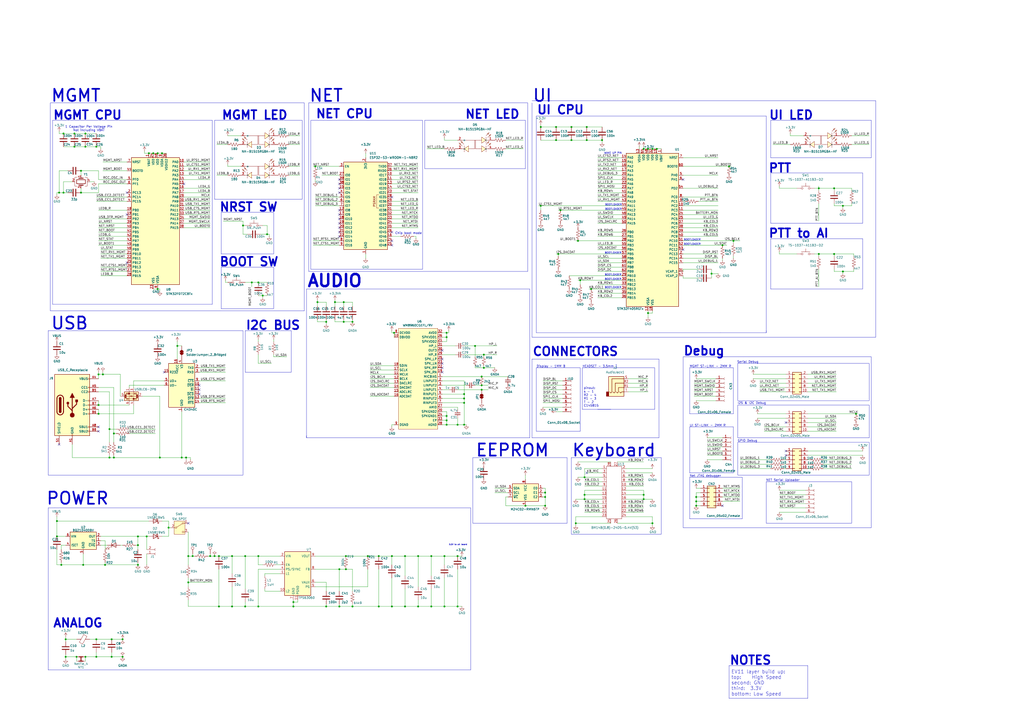
<source format=kicad_sch>
(kicad_sch (version 20250114) (generator "eeschema") (generator_version "9.0")
  (paper "A2")
  (title_block (title "EV13 FINN BERG & BRETT REGNIER") (date "2024/07/19") (company "CISCO SYSTEMS INC"))
  (rectangle (start 308.61 208.28) (end 382.27 254))
  (rectangle (start 29.21 59.69) (end 176.53 180.34))
  (rectangle (start 396.24 207.01) (end 505.46 306.07))
  (rectangle (start 177.8 167.64) (end 307.34 254))
  (rectangle (start 128.27 123.19) (end 158.75 147.32))
  (rectangle (start 427.99 256.54) (end 504.19 275.59))
  (rectangle (start 427.99 210.82) (end 504.19 232.41))
  (rectangle (start 427.99 234.95) (end 504.19 254))
  (rectangle (start 444.5 279.4) (end 494.03 303.53))
  (rectangle (start 27.94 191.77) (end 140.97 275.59))
  (rectangle (start 128.27 154.94) (end 158.75 179.07))
  (text "MGMT " (at 29.21 59.69 0) (effects (font (size 7 7) (thickness 1) (bold yes)) (justify left bottom)))
  (text "UI\n" (at 308.61 59.69 0) (effects (font (size 7 7) (thickness 1) (bold yes)) (justify left bottom)))
  (text "NET CPU" (at 182.88 69.088 0) (effects (font (size 5 5) (thickness 1) (bold yes)) (justify left bottom)))
  (text "pinout:\ns - 1\nR2 - 4\nR1 - 3\nT - 2\nC145815" (at 338.582 236.22 0) (effects (font (size 1.27 1.27)) (justify left bottom)))
  (text "Serial Debug" (at 433.832 210.058 0) (effects (font (size 1.27 1.27))))
  (text "MGMT CPU" (at 30.48 69.85 0) (effects (font (size 5 5) (thickness 1) (bold yes)) (justify left bottom)))
  (text "WAKE UP PIN" (at 355.6 88.9 0) (effects (font (size 1.016 1.016))))
  (text "BOOTLOADER" (at 355.6 162.052 0) (effects (font (size 1.016 1.016))))
  (text "PTT to AI" (at 445.516 138.43 0) (effects (font (size 5 5) (thickness 1) (bold yes)) (justify left bottom)))
  (text "BOOTLOADER" (at 401.574 139.192 0) (effects (font (size 1.016 1.016))))
  (text "NET" (at 179.07 59.69 0) (effects (font (size 7 7) (thickness 1) (bold yes)) (justify left bottom)))
  (text "POWER\n" (at 63.5 293.37 0) (effects (font (size 7 7) (thickness 1) (bold yes)) (justify right bottom)))
  (text "BOOTLOADER" (at 355.6 166.878 0) (effects (font (size 1.016 1.016))))
  (text "BOOTLOADER" (at 355.854 121.412 0) (effects (font (size 1.016 1.016))))
  (text "CONNECTORS" (at 308.61 207.01 0) (effects (font (size 5 5) (thickness 1) (bold yes)) (justify left bottom)))
  (text "NET LED" (at 269.494 69.342 0) (effects (font (size 5 5) (thickness 1) (bold yes)) (justify left bottom)))
  (text "UI CPU" (at 311.15 66.802 0) (effects (font (size 5 5) (thickness 1) (bold yes)) (justify left bottom)))
  (text "UI ST-LINK - 2MM R\n" (at 400.05 247.65 0) (effects (font (size 1.27 1.27)) (justify left bottom)))
  (text "HEADSET - 3.5mm T\n" (at 337.82 213.36 0) (effects (font (size 1.27 1.27)) (justify left bottom)))
  (text "Chip boot mode" (at 236.982 135.382 0) (effects (font (size 1.27 1.27))))
  (text "Net JTAG debugger" (at 400.05 276.86 0) (effects (font (size 1.27 1.27)) (justify left bottom)))
  (text "NET Serial Uploader" (at 454.152 278.638 0) (effects (font (size 1.27 1.27))))
  (text "NRST SW\n" (at 127 123.19 0) (effects (font (size 5 5) (thickness 1) (bold yes)) (justify left bottom)))
  (text "EV11 layer build up:\ntop:    High Speed\nsecond: GND\nthird:  3.3V\nbottom: Low Speed" (at 424.18 403.86 0) (effects (font (size 2 2)) (justify left bottom)))
  (text "Debug" (at 408.432 203.708 0) (effects (font (size 5.08 5.08) (thickness 1.016) (bold yes))))
  (text "AUDIO\n" (at 177.8 167.132 0) (effects (font (size 7 7) (bold yes)) (justify left bottom)))
  (text "PTT" (at 445.516 100.584 0) (effects (font (size 5 5) (thickness 1) (bold yes)) (justify left bottom)))
  (text "BOOT SW\n" (at 127 154.94 0) (effects (font (size 5 5) (thickness 1) (bold yes)) (justify left bottom)))
  (text "EEPROM" (at 275.59 265.43 0) (effects (font (size 7 7) (thickness 1) (bold yes)) (justify left bottom)))
  (text "I2C BUS" (at 142.24 191.77 0) (effects (font (size 5 5) (bold yes)) (justify left bottom)))
  (text "MGMT ST-LINK - 2MM R\n" (at 400.05 213.36 0) (effects (font (size 1.27 1.27)) (justify left bottom)))
  (text "USB" (at 29.21 191.77 0) (effects (font (size 7 7) (thickness 1) (bold yes)) (justify left bottom)))
  (text "BOOTLOADER" (at 355.6 159.512 0) (effects (font (size 1.016 1.016))))
  (text "BOOTLOADER" (at 355.854 118.872 0) (effects (font (size 1.016 1.016))))
  (text "MGMT LED\n" (at 128.27 69.85 0) (effects (font (size 5 5) (thickness 1) (bold yes)) (justify left bottom)))
  (text "3.3V to all board" (at 260.35 316.484 0) (effects (font (size 0.8 0.8)) (justify left bottom)))
  (text "BOOTLOADER" (at 401.574 141.732 0) (effects (font (size 1.016 1.016))))
  (text "NOTES" (at 422.91 386.08 0) (effects (font (size 5 5) (thickness 1) (bold yes)) (justify left bottom)))
  (text "Keyboard" (at 331.47 265.43 0) (effects (font (size 7 7) (thickness 1) (bold yes)) (justify left bottom)))
  (text "BOOTLOADER" (at 355.6 146.812 0) (effects (font (size 1.016 1.016))))
  (text "Display - 1MM B" (at 311.15 213.36 0) (effects (font (size 1.27 1.27)) (justify left bottom)))
  (text "I2S & I2C Debug" (at 436.118 233.934 0) (effects (font (size 1.27 1.27))))
  (text "GPIO Debug" (at 433.578 255.778 0) (effects (font (size 1.27 1.27))))
  (text "1 Capacitor Per Voltage Pin\nNot including VBAT" (at 51.562 74.676 0) (effects (font (size 1.27 1.27))))
  (text "UI LED\n" (at 445.77 69.85 0) (effects (font (size 5 5) (thickness 1) (bold yes)) (justify left bottom)))
  (text "ANALOG" (at 30.48 364.49 0) (effects (font (size 5 5) (thickness 1) (bold yes)) (justify left bottom)))
  (junction (at 219.71 322.58))
  (junction (at 189.23 351.79))
  (junction (at 49.53 85.09))
  (junction (at 66.04 251.46))
  (junction (at 196.85 330.2))
  (junction (at 127 322.58))
  (junction (at 269.24 231.14))
  (junction (at 339.09 276.86))
  (junction (at 36.83 111.76))
  (junction (at 152.4 171.45))
  (junction (at 88.9 88.9))
  (junction (at 279.4 223.52))
  (junction (at 488.95 157.48))
  (junction (at 496.57 240.03))
  (junction (at 71.12 370.84))
  (junction (at 336.55 162.56))
  (junction (at 313.69 73.66))
  (junction (at 149.86 163.83))
  (junction (at 57.15 217.17))
  (junction (at 127 351.79))
  (junction (at 403.86 290.83))
  (junction (at 91.44 167.64))
  (junction (at 43.18 77.47))
  (junction (at 227.33 322.58))
  (junction (at 55.88 381))
  (junction (at 257.81 322.58))
  (junction (at 339.09 287.02))
  (junction (at 91.44 88.9))
  (junction (at 375.92 86.36))
  (junction (at 57.15 234.95))
  (junction (at 242.57 322.58))
  (junction (at 33.02 311.15))
  (junction (at 265.43 351.79))
  (junction (at 46.99 111.76))
  (junction (at 331.47 81.28))
  (junction (at 92.71 265.43))
  (junction (at 111.76 322.58))
  (junction (at 483.87 109.22))
  (junction (at 154.94 135.89))
  (junction (at 259.08 193.04))
  (junction (at 340.36 73.66))
  (junction (at 403.86 288.29))
  (junction (at 323.85 147.32))
  (junction (at 375.92 181.61))
  (junction (at 46.99 99.06))
  (junction (at 59.69 217.17))
  (junction (at 234.95 351.79))
  (junction (at 35.56 327.66))
  (junction (at 342.9 167.64))
  (junction (at 412.75 158.75))
  (junction (at 483.87 147.32))
  (junction (at 134.62 322.58))
  (junction (at 170.18 349.25))
  (junction (at 109.22 322.58))
  (junction (at 335.28 139.7))
  (junction (at 275.59 200.66))
  (junction (at 322.58 73.66))
  (junction (at 80.01 327.66))
  (junction (at 170.18 351.79))
  (junction (at 199.39 186.69))
  (junction (at 49.53 381))
  (junction (at 38.1 381))
  (junction (at 49.53 77.47))
  (junction (at 373.38 287.02))
  (junction (at 219.71 351.79))
  (junction (at 199.39 175.26))
  (junction (at 66.04 265.43))
  (junction (at 86.36 88.9))
  (junction (at 124.46 322.58))
  (junction (at 149.86 322.58))
  (junction (at 250.19 351.79))
  (junction (at 48.26 327.66))
  (junction (at 259.08 241.3))
  (junction (at 184.15 175.26))
  (junction (at 269.24 228.6))
  (junction (at 474.98 147.32))
  (junction (at 55.88 370.84))
  (junction (at 44.45 381))
  (junction (at 227.33 351.79))
  (junction (at 93.98 88.9))
  (junction (at 316.23 285.75))
  (junction (at 80.01 311.15))
  (junction (at 322.58 81.28))
  (junction (at 142.24 351.79))
  (junction (at 280.67 205.74))
  (junction (at 43.18 85.09))
  (junction (at 97.79 306.07))
  (junction (at 71.12 381))
  (junction (at 279.4 226.06))
  (junction (at 57.15 240.03))
  (junction (at 313.69 119.38))
  (junction (at 339.09 289.56))
  (junction (at 149.86 351.79))
  (junction (at 331.47 73.66))
  (junction (at 259.08 195.58))
  (junction (at 38.1 370.84))
  (junction (at 63.5 248.92))
  (junction (at 134.62 351.79))
  (junction (at 373.38 289.56))
  (junction (at 80.01 316.23))
  (junction (at 316.23 288.29))
  (junction (at 378.46 86.36))
  (junction (at 269.24 246.38))
  (junction (at 140.97 130.81))
  (junction (at 33.02 302.26))
  (junction (at 196.85 351.79))
  (junction (at 102.87 200.66))
  (junction (at 142.24 322.58))
  (junction (at 304.8 293.37))
  (junction (at 109.22 337.82))
  (junction (at 316.23 293.37))
  (junction (at 204.47 351.79))
  (junction (at 425.45 139.7))
  (junction (at 280.67 213.36))
  (junction (at 265.43 322.58))
  (junction (at 228.6 193.04))
  (junction (at 55.88 85.09))
  (junction (at 200.66 322.58))
  (junction (at 403.86 293.37))
  (junction (at 373.38 86.36))
  (junction (at 200.66 330.2))
  (junction (at 121.92 322.58))
  (junction (at 259.08 246.38))
  (junction (at 381 86.36))
  (junction (at 85.09 311.15))
  (junction (at 204.47 186.69))
  (junction (at 259.08 243.84))
  (junction (at 213.36 322.58))
  (junction (at 189.23 186.69))
  (junction (at 269.24 233.68))
  (junction (at 182.88 96.52))
  (junction (at 325.12 121.92))
  (junction (at 340.36 81.28))
  (junction (at 488.95 119.38))
  (junction (at 257.81 351.79))
  (junction (at 63.5 265.43))
  (junction (at 107.95 265.43))
  (junction (at 36.83 77.47))
  (junction (at 64.77 381))
  (junction (at 60.96 327.66))
  (junction (at 422.91 96.52))
  (junction (at 64.77 370.84))
  (junction (at 334.01 303.53))
  (junction (at 474.98 109.22))
  (junction (at 242.57 351.79))
  (junction (at 146.05 163.83))
  (junction (at 250.19 322.58))
  (junction (at 105.41 265.43))
  (junction (at 265.43 246.38))
  (junction (at 234.95 322.58))
  (junction (at 34.29 111.76))
  (junction (at 378.46 303.53))
  (junction (at 419.1 142.24))
  (junction (at 194.31 175.26))
  (junction (at 349.25 81.28))
  (junction (at 279.4 218.44))
  (no_connect (at 196.85 127))
  (no_connect (at 419.1 293.37))
  (no_connect (at 455.93 264.16))
  (no_connect (at 196.85 121.92))
  (no_connect (at 227.33 139.7))
  (no_connect (at 196.85 104.14))
  (no_connect (at 256.54 215.9))
  (no_connect (at 196.85 137.16))
  (no_connect (at 115.57 228.6))
  (no_connect (at 106.68 106.68))
  (no_connect (at 196.85 134.62))
  (no_connect (at 256.54 203.2))
  (no_connect (at 196.85 129.54))
  (no_connect (at 196.85 124.46))
  (no_connect (at 256.54 213.36))
  (no_connect (at 396.24 144.78))
  (no_connect (at 256.54 210.82))
  (no_connect (at 34.29 257.81))
  (no_connect (at 57.15 247.65))
  (no_connect (at 73.66 152.4))
  (no_connect (at 196.85 109.22))
  (no_connect (at 227.33 114.3))
  (no_connect (at 340.36 274.32))
  (no_connect (at 196.85 106.68))
  (no_connect (at 109.22 303.53))
  (no_connect (at 115.57 223.52))
  (no_connect (at 455.93 245.11))
  (no_connect (at 455.93 261.62))
  (no_connect (at 196.85 132.08))
  (no_connect (at 73.66 124.46))
  (no_connect (at 227.33 142.24))
  (no_connect (at 396.24 104.14))
  (no_connect (at 57.15 250.19))
  (no_connect (at 73.66 111.76))
  (no_connect (at 95.25 215.9))
  (no_connect (at 196.85 111.76))
  (no_connect (at 256.54 208.28))
  (no_connect (at 115.57 226.06))
  (no_connect (at 227.33 134.62))
  (wire (pts (xy 339.09 294.64) (xy 349.25 294.64)))
  (wire (pts (xy 335.28 267.97) (xy 354.33 267.97)))
  (wire (pts (xy 474.98 118.11) (xy 474.98 128.27)))
  (wire (pts (xy 483.87 157.48) (xy 488.95 157.48)))
  (wire (pts (xy 228.6 193.04) (xy 228.6 195.58)))
  (wire (pts (xy 214.63 214.63) (xy 228.6 214.63)))
  (wire (pts (xy 33.02 302.26) (xy 86.36 302.26)))
  (polyline (pts (xy 246.38 69.85) (xy 304.8 69.85)))
  (wire (pts (xy 182.88 340.36) (xy 213.36 340.36)))
  (wire (pts (xy 447.04 269.24) (xy 429.26 269.24)))
  (polyline (pts (xy 400.05 247.65) (xy 425.45 247.65)))
  (wire (pts (xy 74.93 224.79) (xy 74.93 223.52)))
  (wire (pts (xy 256.54 220.98) (xy 269.24 220.98)))
  (wire (pts (xy 173.99 96.52) (xy 167.64 96.52)))
  (polyline (pts (xy 447.04 167.64) (xy 447.04 138.43)))
  (wire (pts (xy 455.93 227.33) (xy 440.69 227.33)))
  (wire (pts (xy 322.58 147.32) (xy 323.85 147.32)))
  (wire (pts (xy 375.92 181.61) (xy 378.46 181.61)))
  (wire (pts (xy 57.15 142.24) (xy 73.66 142.24)))
  (wire (pts (xy 57.15 132.08) (xy 73.66 132.08)))
  (wire (pts (xy 425.45 139.7) (xy 429.26 139.7)))
  (wire (pts (xy 316.23 285.75) (xy 316.23 288.29)))
  (wire (pts (xy 57.15 240.03) (xy 77.47 240.03)))
  (polyline (pts (xy 400.05 274.32) (xy 400.05 247.65)))
  (polyline (pts (xy 308.61 195.58) (xy 308.61 59.69)))
  (wire (pts (xy 162.56 330.2) (xy 149.86 330.2)))
  (wire (pts (xy 121.92 96.52) (xy 106.68 96.52)))
  (polyline (pts (xy 400.05 300.99) (xy 400.05 276.86)))
  (wire (pts (xy 93.98 88.9) (xy 96.52 88.9)))
  (wire (pts (xy 55.88 116.84) (xy 73.66 116.84)))
  (polyline (pts (xy 27.94 294.64) (xy 31.75 294.64)))
  (wire (pts (xy 468.63 261.62) (xy 500.38 261.62)))
  (wire (pts (xy 378.46 303.53) (xy 378.46 304.8)))
  (wire (pts (xy 132.08 78.74) (xy 139.7 78.74)))
  (wire (pts (xy 250.19 351.79) (xy 257.81 351.79)))
  (wire (pts (xy 41.91 265.43) (xy 63.5 265.43)))
  (wire (pts (xy 121.92 93.98) (xy 106.68 93.98)))
  (wire (pts (xy 331.47 81.28) (xy 340.36 81.28)))
  (wire (pts (xy 483.87 156.21) (xy 483.87 157.48)))
  (wire (pts (xy 58.42 149.86) (xy 73.66 149.86)))
  (polyline (pts (xy 306.07 157.48) (xy 179.07 157.48)))
  (wire (pts (xy 142.24 351.79) (xy 149.86 351.79)))
  (wire (pts (xy 132.08 163.83) (xy 130.81 163.83)))
  (wire (pts (xy 57.15 215.9) (xy 57.15 217.17)))
  (wire (pts (xy 158.75 207.01) (xy 158.75 205.74)))
  (wire (pts (xy 452.12 109.22) (xy 452.12 107.95)))
  (polyline (pts (xy 400.05 213.36) (xy 425.45 213.36)))
  (polyline (pts (xy 336.55 250.19) (xy 311.15 250.19)))
  (wire (pts (xy 189.23 350.52) (xy 189.23 351.79)))
  (wire (pts (xy 360.68 165.1) (xy 346.71 165.1)))
  (wire (pts (xy 402.59 224.79) (xy 415.29 224.79)))
  (wire (pts (xy 120.65 322.58) (xy 121.92 322.58)))
  (wire (pts (xy 256.54 243.84) (xy 259.08 243.84)))
  (wire (pts (xy 396.24 91.44) (xy 416.56 91.44)))
  (wire (pts (xy 109.22 337.82) (xy 109.22 340.36)))
  (wire (pts (xy 149.86 198.12) (xy 149.86 196.85)))
  (wire (pts (xy 66.04 224.79) (xy 66.04 251.46)))
  (wire (pts (xy 373.38 85.09) (xy 373.38 86.36)))
  (wire (pts (xy 64.77 381) (xy 55.88 381)))
  (wire (pts (xy 341.63 167.64) (xy 342.9 167.64)))
  (wire (pts (xy 132.08 95.25) (xy 132.08 96.52)))
  (wire (pts (xy 149.86 330.2) (xy 149.86 351.79)))
  (wire (pts (xy 73.66 93.98) (xy 59.69 93.98)))
  (wire (pts (xy 396.24 134.62) (xy 416.56 134.62)))
  (wire (pts (xy 46.99 109.22) (xy 46.99 111.76)))
  (wire (pts (xy 375.92 180.34) (xy 375.92 181.61)))
  (wire (pts (xy 92.71 229.87) (xy 82.55 229.87)))
  (wire (pts (xy 257.81 351.79) (xy 265.43 351.79)))
  (wire (pts (xy 378.46 86.36) (xy 381 86.36)))
  (wire (pts (xy 454.66 269.24) (xy 455.93 269.24)))
  (wire (pts (xy 403.86 290.83) (xy 406.4 290.83)))
  (polyline (pts (xy 273.05 388.62) (xy 27.94 388.62)))
  (wire (pts (xy 485.14 245.11) (xy 468.63 245.11)))
  (wire (pts (xy 349.25 299.72) (xy 334.01 299.72)))
  (wire (pts (xy 256.54 236.22) (xy 265.43 236.22)))
  (wire (pts (xy 158.75 207.01) (xy 166.37 207.01)))
  (polyline (pts (xy 448.31 69.85) (xy 505.46 69.85)))
  (wire (pts (xy 149.86 210.82) (xy 157.48 210.82)))
  (wire (pts (xy 106.68 124.46) (xy 121.92 124.46)))
  (wire (pts (xy 41.91 105.41) (xy 36.83 105.41)))
  (wire (pts (xy 189.23 185.42) (xy 189.23 186.69)))
  (wire (pts (xy 462.28 109.22) (xy 452.12 109.22)))
  (wire (pts (xy 58.42 147.32) (xy 73.66 147.32)))
  (wire (pts (xy 52.07 105.41) (xy 54.61 105.41)))
  (wire (pts (xy 455.93 224.79) (xy 440.69 224.79)))
  (wire (pts (xy 227.33 129.54) (xy 242.57 129.54)))
  (wire (pts (xy 410.21 256.54) (xy 419.1 256.54)))
  (wire (pts (xy 78.74 316.23) (xy 80.01 316.23)))
  (wire (pts (xy 234.95 334.01) (xy 234.95 322.58)))
  (wire (pts (xy 280.67 205.74) (xy 288.29 205.74)))
  (wire (pts (xy 339.09 284.48) (xy 339.09 287.02)))
  (wire (pts (xy 58.42 160.02) (xy 73.66 160.02)))
  (wire (pts (xy 322.58 73.66) (xy 331.47 73.66)))
  (wire (pts (xy 227.33 101.6) (xy 242.57 101.6)))
  (wire (pts (xy 452.12 297.18) (xy 467.36 297.18)))
  (wire (pts (xy 35.56 327.66) (xy 48.26 327.66)))
  (wire (pts (xy 80.01 311.15) (xy 80.01 316.23)))
  (wire (pts (xy 204.47 186.69) (xy 199.39 186.69)))
  (wire (pts (xy 275.59 213.36) (xy 275.59 212.09)))
  (wire (pts (xy 259.08 195.58) (xy 259.08 198.12)))
  (wire (pts (xy 396.24 129.54) (xy 416.56 129.54)))
  (wire (pts (xy 364.49 224.79) (xy 375.92 224.79)))
  (wire (pts (xy 121.92 99.06) (xy 106.68 99.06)))
  (wire (pts (xy 33.02 111.76) (xy 33.02 113.03)))
  (wire (pts (xy 121.92 321.31) (xy 121.92 322.58)))
  (wire (pts (xy 57.15 104.14) (xy 57.15 99.06)))
  (wire (pts (xy 323.85 147.32) (xy 323.85 148.59)))
  (wire (pts (xy 214.63 224.79) (xy 228.6 224.79)))
  (wire (pts (xy 494.03 266.7) (xy 477.52 266.7)))
  (polyline (pts (xy 444.5 193.04) (xy 444.5 67.31)))
  (wire (pts (xy 474.98 109.22) (xy 474.98 110.49)))
  (wire (pts (xy 182.88 330.2) (xy 196.85 330.2)))
  (wire (pts (xy 458.47 77.47) (xy 458.47 78.74)))
  (wire (pts (xy 483.87 147.32) (xy 495.3 147.32)))
  (wire (pts (xy 339.09 281.94) (xy 349.25 281.94)))
  (wire (pts (xy 280.67 205.74) (xy 280.67 207.01)))
  (wire (pts (xy 55.88 370.84) (xy 52.07 370.84)))
  (wire (pts (xy 33.02 311.15) (xy 38.1 311.15)))
  (polyline (pts (xy 447.04 100.33) (xy 448.31 100.33)))
  (wire (pts (xy 170.18 347.98) (xy 170.18 349.25)))
  (wire (pts (xy 412.75 156.21) (xy 412.75 158.75)))
  (wire (pts (xy 346.71 91.44) (xy 360.68 91.44)))
  (wire (pts (xy 462.28 147.32) (xy 452.12 147.32)))
  (wire (pts (xy 346.71 111.76) (xy 360.68 111.76)))
  (wire (pts (xy 403.86 288.29) (xy 403.86 290.83)))
  (wire (pts (xy 334.01 289.56) (xy 339.09 289.56)))
  (wire (pts (xy 204.47 350.52) (xy 204.47 351.79)))
  (wire (pts (xy 316.23 293.37) (xy 304.8 293.37)))
  (wire (pts (xy 149.86 351.79) (xy 170.18 351.79)))
  (wire (pts (xy 228.6 246.38) (xy 227.33 246.38)))
  (polyline (pts (xy 383.54 265.43) (xy 331.47 265.43)))
  (wire (pts (xy 186.69 101.6) (xy 196.85 101.6)))
  (wire (pts (xy 132.08 96.52) (xy 139.7 96.52)))
  (wire (pts (xy 227.33 327.66) (xy 227.33 322.58)))
  (wire (pts (xy 57.15 106.68) (xy 57.15 111.76)))
  (wire (pts (xy 39.37 99.06) (xy 34.29 99.06)))
  (wire (pts (xy 342.9 167.64) (xy 360.68 167.64)))
  (wire (pts (xy 259.08 195.58) (xy 256.54 195.58)))
  (wire (pts (xy 74.93 223.52) (xy 95.25 223.52)))
  (wire (pts (xy 200.66 322.58) (xy 213.36 322.58)))
  (wire (pts (xy 173.99 78.74) (xy 167.64 78.74)))
  (wire (pts (xy 57.15 127) (xy 73.66 127)))
  (wire (pts (xy 49.53 77.47) (xy 55.88 77.47)))
  (wire (pts (xy 397.51 116.84) (xy 396.24 116.84)))
  (wire (pts (xy 452.12 287.02) (xy 467.36 287.02)))
  (wire (pts (xy 106.68 121.92) (xy 121.92 121.92)))
  (wire (pts (xy 242.57 116.84) (xy 227.33 116.84)))
  (wire (pts (xy 339.09 289.56) (xy 349.25 289.56)))
  (wire (pts (xy 468.63 266.7) (xy 469.9 266.7)))
  (wire (pts (xy 143.51 135.89) (xy 140.97 135.89)))
  (wire (pts (xy 184.15 175.26) (xy 184.15 177.8)))
  (wire (pts (xy 316.23 285.75) (xy 314.96 285.75)))
  (wire (pts (xy 242.57 322.58) (xy 250.19 322.58)))
  (wire (pts (xy 35.56 318.77) (xy 35.56 316.23)))
  (wire (pts (xy 483.87 118.11) (xy 483.87 119.38)))
  (polyline (pts (xy 500.38 167.64) (xy 447.04 167.64)))
  (wire (pts (xy 360.68 134.62) (xy 346.71 134.62)))
  (wire (pts (xy 468.63 271.78) (xy 469.9 271.78)))
  (wire (pts (xy 472.44 109.22) (xy 474.98 109.22)))
  (wire (pts (xy 425.45 139.7) (xy 425.45 140.97)))
  (wire (pts (xy 280.67 212.09) (xy 280.67 213.36)))
  (wire (pts (xy 227.33 335.28) (xy 227.33 351.79)))
  (wire (pts (xy 358.14 303.53) (xy 378.46 303.53)))
  (wire (pts (xy 267.97 322.58) (xy 265.43 322.58)))
  (wire (pts (xy 57.15 99.06) (xy 46.99 99.06)))
  (polyline (pts (xy 175.26 115.57) (xy 124.46 115.57)))
  (wire (pts (xy 158.75 196.85) (xy 158.75 198.12)))
  (wire (pts (xy 182.88 322.58) (xy 200.66 322.58)))
  (wire (pts (xy 227.33 137.16) (xy 232.41 137.16)))
  (wire (pts (xy 269.24 228.6) (xy 269.24 231.14)))
  (wire (pts (xy 80.01 326.39) (xy 80.01 327.66)))
  (polyline (pts (xy 311.15 213.36) (xy 336.55 213.36)))
  (wire (pts (xy 323.85 121.92) (xy 325.12 121.92)))
  (wire (pts (xy 88.9 167.64) (xy 91.44 167.64)))
  (wire (pts (xy 340.36 274.32) (xy 349.25 274.32)))
  (wire (pts (xy 375.92 181.61) (xy 375.92 184.15)))
  (wire (pts (xy 63.5 227.33) (xy 63.5 248.92)))
  (polyline (pts (xy 124.46 69.85) (xy 175.26 69.85)))
  (wire (pts (xy 149.86 327.66) (xy 152.4 327.66)))
  (wire (pts (xy 304.8 275.59) (xy 304.8 278.13)))
  (polyline (pts (xy 168.91 215.9) (xy 168.91 191.77)))
  (wire (pts (xy 189.23 175.26) (xy 189.23 177.8)))
  (polyline (pts (xy 27.94 388.62) (xy 27.94 294.64)))
  (wire (pts (xy 234.95 322.58) (xy 242.57 322.58)))
  (wire (pts (xy 403.86 288.29) (xy 406.4 288.29)))
  (wire (pts (xy 406.4 285.75) (xy 403.86 285.75)))
  (wire (pts (xy 58.42 157.48) (xy 73.66 157.48)))
  (wire (pts (xy 339.09 287.02) (xy 349.25 287.02)))
  (wire (pts (xy 396.24 124.46) (xy 416.56 124.46)))
  (wire (pts (xy 316.23 283.21) (xy 314.96 283.21)))
  (wire (pts (xy 346.71 93.98) (xy 360.68 93.98)))
  (wire (pts (xy 468.63 264.16) (xy 500.38 264.16)))
  (wire (pts (xy 396.24 149.86) (xy 416.56 149.86)))
  (wire (pts (xy 55.88 85.09) (xy 58.42 85.09)))
  (wire (pts (xy 194.31 175.26) (xy 199.39 175.26)))
  (wire (pts (xy 458.47 83.82) (xy 448.31 83.82)))
  (wire (pts (xy 287.02 283.21) (xy 294.64 283.21)))
  (wire (pts (xy 360.68 157.48) (xy 346.71 157.48)))
  (wire (pts (xy 242.57 351.79) (xy 250.19 351.79)))
  (wire (pts (xy 265.43 226.06) (xy 279.4 226.06)))
  (wire (pts (xy 214.63 219.71) (xy 228.6 219.71)))
  (wire (pts (xy 63.5 248.92) (xy 67.31 248.92)))
  (wire (pts (xy 313.69 73.66) (xy 322.58 73.66)))
  (wire (pts (xy 439.42 240.03) (xy 455.93 240.03)))
  (wire (pts (xy 403.86 232.41) (xy 415.29 232.41)))
  (wire (pts (xy 204.47 175.26) (xy 204.47 177.8)))
  (polyline (pts (xy 422.91 386.08) (xy 468.63 386.08)))
  (wire (pts (xy 184.15 186.69) (xy 189.23 186.69)))
  (wire (pts (xy 182.88 105.41) (xy 182.88 104.14)))
  (wire (pts (xy 360.68 137.16) (xy 346.71 137.16)))
  (wire (pts (xy 181.61 142.24) (xy 196.85 142.24)))
  (wire (pts (xy 485.14 217.17) (xy 468.63 217.17)))
  (wire (pts (xy 48.26 327.66) (xy 60.96 327.66)))
  (wire (pts (xy 97.79 302.26) (xy 97.79 306.07)))
  (wire (pts (xy 115.57 220.98) (xy 130.81 220.98)))
  (wire (pts (xy 335.28 276.86) (xy 339.09 276.86)))
  (wire (pts (xy 71.12 370.84) (xy 64.77 370.84)))
  (wire (pts (xy 125.73 83.82) (xy 132.08 83.82)))
  (wire (pts (xy 269.24 200.66) (xy 275.59 200.66)))
  (wire (pts (xy 170.18 349.25) (xy 170.18 351.79)))
  (wire (pts (xy 416.56 152.4) (xy 396.24 152.4)))
  (wire (pts (xy 152.4 171.45) (xy 154.94 171.45)))
  (wire (pts (xy 429.26 283.21) (xy 419.1 283.21)))
  (wire (pts (xy 396.24 161.29) (xy 396.24 160.02)))
  (wire (pts (xy 483.87 148.59) (xy 483.87 147.32)))
  (wire (pts (xy 256.54 200.66) (xy 264.16 200.66)))
  (wire (pts (xy 93.98 311.15) (xy 97.79 311.15)))
  (wire (pts (xy 142.24 322.58) (xy 149.86 322.58)))
  (polyline (pts (xy 340.36 213.36) (xy 379.73 213.36)))
  (wire (pts (xy 396.24 147.32) (xy 416.56 147.32)))
  (wire (pts (xy 234.95 341.63) (xy 234.95 351.79)))
  (wire (pts (xy 265.43 351.79) (xy 265.43 330.2)))
  (wire (pts (xy 124.46 322.58) (xy 127 322.58)))
  (wire (pts (xy 97.79 311.15) (xy 97.79 306.07)))
  (wire (pts (xy 227.33 132.08) (xy 242.57 132.08)))
  (wire (pts (xy 189.23 337.82) (xy 182.88 337.82)))
  (wire (pts (xy 275.59 200.66) (xy 288.29 200.66)))
  (wire (pts (xy 495.3 147.32) (xy 495.3 148.59)))
  (wire (pts (xy 293.37 86.36) (xy 303.53 86.36)))
  (wire (pts (xy 346.71 106.68) (xy 360.68 106.68)))
  (wire (pts (xy 316.23 288.29) (xy 314.96 288.29)))
  (wire (pts (xy 109.22 351.79) (xy 127 351.79)))
  (wire (pts (xy 121.92 109.22) (xy 106.68 109.22)))
  (wire (pts (xy 212.09 88.9) (xy 212.09 91.44)))
  (wire (pts (xy 363.22 299.72) (xy 378.46 299.72)))
  (wire (pts (xy 80.01 316.23) (xy 80.01 318.77)))
  (wire (pts (xy 494.03 118.11) (xy 494.03 119.38)))
  (wire (pts (xy 194.31 186.69) (xy 194.31 185.42)))
  (wire (pts (xy 485.14 242.57) (xy 468.63 242.57)))
  (wire (pts (xy 378.46 289.56) (xy 373.38 289.56)))
  (wire (pts (xy 330.2 160.02) (xy 360.68 160.02)))
  (wire (pts (xy 256.54 246.38) (xy 259.08 246.38)))
  (wire (pts (xy 313.69 81.28) (xy 322.58 81.28)))
  (wire (pts (xy 49.53 381) (xy 55.88 381)))
  (wire (pts (xy 109.22 327.66) (xy 109.22 322.58)))
  (wire (pts (xy 189.23 187.96) (xy 189.23 186.69)))
  (wire (pts (xy 346.71 124.46) (xy 360.68 124.46)))
  (wire (pts (xy 152.4 130.81) (xy 154.94 130.81)))
  (polyline (pts (xy 400.05 240.03) (xy 400.05 213.36)))
  (wire (pts (xy 485.14 247.65) (xy 468.63 247.65)))
  (polyline (pts (xy 304.8 97.79) (xy 246.38 97.79)))
  (wire (pts (xy 485.14 219.71) (xy 468.63 219.71)))
  (wire (pts (xy 199.39 175.26) (xy 204.47 175.26)))
  (wire (pts (xy 396.24 96.52) (xy 422.91 96.52)))
  (wire (pts (xy 67.31 251.46) (xy 66.04 251.46)))
  (wire (pts (xy 396.24 156.21) (xy 396.24 157.48)))
  (wire (pts (xy 364.49 222.25) (xy 375.92 222.25)))
  (polyline (pts (xy 304.8 69.85) (xy 304.8 97.79)))
  (wire (pts (xy 134.62 322.58) (xy 142.24 322.58)))
  (wire (pts (xy 474.98 109.22) (xy 483.87 109.22)))
  (polyline (pts (xy 505.46 69.85) (xy 505.46 91.44)))
  (wire (pts (xy 184.15 173.99) (xy 184.15 175.26)))
  (wire (pts (xy 69.85 217.17) (xy 59.69 217.17)))
  (wire (pts (xy 339.09 287.02) (xy 339.09 289.56)))
  (wire (pts (xy 57.15 111.76) (xy 46.99 111.76)))
  (wire (pts (xy 403.86 283.21) (xy 406.4 283.21)))
  (polyline (pts (xy 500.38 138.43) (xy 500.38 167.64)))
  (wire (pts (xy 194.31 175.26) (xy 194.31 177.8)))
  (wire (pts (xy 80.01 311.15) (xy 85.09 311.15)))
  (wire (pts (xy 212.09 149.86) (xy 212.09 147.32)))
  (wire (pts (xy 102.87 198.12) (xy 102.87 200.66)))
  (wire (pts (xy 483.87 109.22) (xy 483.87 110.49)))
  (wire (pts (xy 130.81 163.83) (xy 130.81 162.56)))
  (wire (pts (xy 410.21 261.62) (xy 419.1 261.62)))
  (wire (pts (xy 35.56 327.66) (xy 35.56 326.39)))
  (wire (pts (xy 90.17 251.46) (xy 74.93 251.46)))
  (wire (pts (xy 425.45 148.59) (xy 425.45 149.86)))
  (wire (pts (xy 334.01 303.53) (xy 334.01 304.8)))
  (wire (pts (xy 447.04 271.78) (xy 429.26 271.78)))
  (polyline (pts (xy 331.47 309.88) (xy 383.54 309.88)))
  (wire (pts (xy 316.23 283.21) (xy 316.23 285.75)))
  (wire (pts (xy 257.81 81.28) (xy 265.43 81.28)))
  (wire (pts (xy 363.22 294.64) (xy 373.38 294.64)))
  (wire (pts (xy 121.92 104.14) (xy 106.68 104.14)))
  (wire (pts (xy 455.93 222.25) (xy 440.69 222.25)))
  (wire (pts (xy 339.09 292.1) (xy 349.25 292.1)))
  (wire (pts (xy 44.45 370.84) (xy 38.1 370.84)))
  (wire (pts (xy 134.62 332.74) (xy 134.62 322.58)))
  (wire (pts (xy 373.38 287.02) (xy 373.38 284.48)))
  (wire (pts (xy 152.4 172.72) (xy 152.4 171.45)))
  (wire (pts (xy 373.38 86.36) (xy 375.92 86.36)))
  (wire (pts (xy 55.88 381) (xy 55.88 378.46)))
  (wire (pts (xy 275.59 200.66) (xy 275.59 207.01)))
  (wire (pts (xy 269.24 233.68) (xy 269.24 246.38)))
  (wire (pts (xy 57.15 224.79) (xy 66.04 224.79)))
  (wire (pts (xy 260.35 193.04) (xy 260.35 191.77)))
  (wire (pts (xy 363.22 279.4) (xy 373.38 279.4)))
  (wire (pts (xy 474.98 147.32) (xy 474.98 148.59)))
  (wire (pts (xy 334.01 139.7) (xy 335.28 139.7)))
  (wire (pts (xy 346.71 127) (xy 360.68 127)))
  (wire (pts (xy 142.24 341.63) (xy 142.24 322.58)))
  (wire (pts (xy 339.09 271.78) (xy 349.25 271.78)))
  (wire (pts (xy 48.26 321.31) (xy 48.26 327.66)))
  (wire (pts (xy 242.57 340.36) (xy 242.57 322.58)))
  (wire (pts (xy 447.04 266.7) (xy 429.26 266.7)))
  (wire (pts (xy 184.15 185.42) (xy 184.15 186.69)))
  (wire (pts (xy 403.86 290.83) (xy 403.86 293.37)))
  (wire (pts (xy 410.21 264.16) (xy 419.1 264.16)))
  (wire (pts (xy 242.57 121.92) (xy 227.33 121.92)))
  (wire (pts (xy 396.24 156.21) (xy 405.13 156.21)))
  (wire (pts (xy 360.68 172.72) (xy 346.71 172.72)))
  (wire (pts (xy 140.97 130.81) (xy 140.97 135.89)))
  (wire (pts (xy 256.54 238.76) (xy 259.08 238.76)))
  (wire (pts (xy 363.22 271.78) (xy 378.46 271.78)))
  (wire (pts (xy 121.92 322.58) (xy 124.46 322.58)))
  (wire (pts (xy 85.09 311.15) (xy 85.09 318.77)))
  (wire (pts (xy 41.91 265.43) (xy 41.91 257.81)))
  (wire (pts (xy 39.37 111.76) (xy 36.83 111.76)))
  (wire (pts (xy 146.05 163.83) (xy 149.86 163.83)))
  (wire (pts (xy 154.94 135.89) (xy 156.21 135.89)))
  (polyline (pts (xy 444.5 193.04) (xy 444.5 191.77)))
  (wire (pts (xy 396.24 161.29) (xy 405.13 161.29)))
  (wire (pts (xy 214.63 229.87) (xy 228.6 229.87)))
  (wire (pts (xy 142.24 163.83) (xy 146.05 163.83)))
  (polyline (pts (xy 328.93 265.43) (xy 328.93 303.53)))
  (wire (pts (xy 92.71 229.87) (xy 92.71 265.43)))
  (wire (pts (xy 58.42 313.69) (xy 60.96 313.69)))
  (polyline (pts (xy 274.32 265.43) (xy 328.93 265.43)))
  (wire (pts (xy 257.81 335.28) (xy 257.81 351.79)))
  (wire (pts (xy 57.15 217.17) (xy 57.15 219.71)))
  (wire (pts (xy 363.22 284.48) (xy 373.38 284.48)))
  (wire (pts (xy 170.18 351.79) (xy 189.23 351.79)))
  (wire (pts (xy 227.33 99.06) (xy 242.57 99.06)))
  (wire (pts (xy 33.02 327.66) (xy 35.56 327.66)))
  (wire (pts (xy 129.54 128.27) (xy 140.97 128.27)))
  (wire (pts (xy 494.03 109.22) (xy 494.03 110.49)))
  (wire (pts (xy 485.14 222.25) (xy 468.63 222.25)))
  (wire (pts (xy 63.5 264.16) (xy 63.5 265.43)))
  (wire (pts (xy 60.96 327.66) (xy 80.01 327.66)))
  (polyline (pts (xy 123.19 69.85) (xy 123.19 176.53)))
  (wire (pts (xy 322.58 81.28) (xy 331.47 81.28)))
  (polyline (pts (xy 430.53 276.86) (xy 430.53 300.99)))
  (wire (pts (xy 194.31 173.99) (xy 194.31 175.26)))
  (wire (pts (xy 219.71 351.79) (xy 227.33 351.79)))
  (wire (pts (xy 410.21 266.7) (xy 419.1 266.7)))
  (wire (pts (xy 38.1 382.27) (xy 38.1 381)))
  (wire (pts (xy 34.29 76.2) (xy 34.29 77.47)))
  (wire (pts (xy 55.88 114.3) (xy 73.66 114.3)))
  (wire (pts (xy 468.63 240.03) (xy 496.57 240.03)))
  (wire (pts (xy 346.71 114.3) (xy 360.68 114.3)))
  (wire (pts (xy 269.24 205.74) (xy 280.67 205.74)))
  (wire (pts (xy 34.29 111.76) (xy 33.02 111.76)))
  (wire (pts (xy 102.87 200.66) (xy 102.87 208.28)))
  (wire (pts (xy 196.85 350.52) (xy 196.85 351.79)))
  (wire (pts (xy 91.44 167.64) (xy 92.71 167.64)))
  (wire (pts (xy 410.21 259.08) (xy 419.1 259.08)))
  (polyline (pts (xy 447.04 69.85) (xy 448.31 69.85)))
  (polyline (pts (xy 425.45 240.03) (xy 400.05 240.03)))
  (wire (pts (xy 396.24 121.92) (xy 416.56 121.92)))
  (polyline (pts (xy 124.46 69.85) (xy 124.46 115.57)))
  (wire (pts (xy 346.71 116.84) (xy 360.68 116.84)))
  (wire (pts (xy 483.87 119.38) (xy 488.95 119.38)))
  (wire (pts (xy 497.84 240.03) (xy 496.57 240.03)))
  (wire (pts (xy 85.09 311.15) (xy 86.36 311.15)))
  (wire (pts (xy 363.22 287.02) (xy 373.38 287.02)))
  (polyline (pts (xy 425.45 247.65) (xy 425.45 274.32)))
  (wire (pts (xy 283.21 226.06) (xy 279.4 226.06)))
  (polyline (pts (xy 500.38 129.54) (xy 447.04 129.54)))
  (wire (pts (xy 214.63 217.17) (xy 228.6 217.17)))
  (wire (pts (xy 196.85 351.79) (xy 204.47 351.79)))
  (wire (pts (xy 314.96 231.14) (xy 326.39 231.14)))
  (wire (pts (xy 149.86 210.82) (xy 149.86 205.74)))
  (polyline (pts (xy 311.15 193.04) (xy 417.83 193.04)))
  (wire (pts (xy 77.47 220.98) (xy 95.25 220.98)))
  (wire (pts (xy 121.92 129.54) (xy 106.68 129.54)))
  (wire (pts (xy 257.81 322.58) (xy 265.43 322.58)))
  (wire (pts (xy 419.1 149.86) (xy 419.1 151.13)))
  (wire (pts (xy 402.59 222.25) (xy 415.29 222.25)))
  (wire (pts (xy 189.23 175.26) (xy 184.15 175.26)))
  (polyline (pts (xy 311.15 213.36) (xy 311.15 250.19)))
  (wire (pts (xy 259.08 198.12) (xy 256.54 198.12)))
  (polyline (pts (xy 245.11 156.21) (xy 245.11 69.85)))
  (wire (pts (xy 204.47 185.42) (xy 204.47 186.69)))
  (wire (pts (xy 339.09 284.48) (xy 349.25 284.48)))
  (wire (pts (xy 439.42 242.57) (xy 455.93 242.57)))
  (wire (pts (xy 265.43 246.38) (xy 269.24 246.38)))
  (wire (pts (xy 172.72 349.25) (xy 170.18 349.25)))
  (wire (pts (xy 154.94 130.81) (xy 154.94 135.89)))
  (wire (pts (xy 227.33 127) (xy 242.57 127)))
  (polyline (pts (xy 331.47 265.43) (xy 331.47 265.43)))
  (wire (pts (xy 199.39 185.42) (xy 199.39 186.69)))
  (wire (pts (xy 360.68 144.78) (xy 346.71 144.78)))
  (polyline (pts (xy 508 195.58) (xy 308.61 195.58)))
  (wire (pts (xy 227.33 111.76) (xy 242.57 111.76)))
  (wire (pts (xy 57.15 139.7) (xy 73.66 139.7)))
  (wire (pts (xy 265.43 351.79) (xy 267.97 351.79)))
  (wire (pts (xy 92.71 265.43) (xy 105.41 265.43)))
  (polyline (pts (xy 168.91 191.77) (xy 142.24 191.77)))
  (wire (pts (xy 57.15 227.33) (xy 63.5 227.33)))
  (wire (pts (xy 316.23 288.29) (xy 316.23 293.37)))
  (wire (pts (xy 485.14 224.79) (xy 468.63 224.79)))
  (wire (pts (xy 422.91 96.52) (xy 424.18 96.52)))
  (wire (pts (xy 494.03 78.74) (xy 504.19 78.74)))
  (wire (pts (xy 121.92 101.6) (xy 106.68 101.6)))
  (wire (pts (xy 314.96 226.06) (xy 326.39 226.06)))
  (wire (pts (xy 115.57 231.14) (xy 130.81 231.14)))
  (wire (pts (xy 214.63 222.25) (xy 228.6 222.25)))
  (wire (pts (xy 483.87 147.32) (xy 474.98 147.32)))
  (wire (pts (xy 64.77 370.84) (xy 55.88 370.84)))
  (wire (pts (xy 260.35 193.04) (xy 259.08 193.04)))
  (wire (pts (xy 378.46 180.34) (xy 378.46 181.61)))
  (wire (pts (xy 213.36 322.58) (xy 219.71 322.58)))
  (wire (pts (xy 86.36 88.9) (xy 83.82 88.9)))
  (polyline (pts (xy 142.24 215.9) (xy 168.91 215.9)))
  (wire (pts (xy 256.54 228.6) (xy 269.24 228.6)))
  (wire (pts (xy 110.49 265.43) (xy 110.49 266.7)))
  (wire (pts (xy 396.24 142.24) (xy 419.1 142.24)))
  (wire (pts (xy 269.24 231.14) (xy 269.24 233.68)))
  (wire (pts (xy 69.85 217.17) (xy 69.85 229.87)))
  (wire (pts (xy 495.3 157.48) (xy 495.3 156.21)))
  (wire (pts (xy 339.09 279.4) (xy 349.25 279.4)))
  (polyline (pts (xy 417.83 193.04) (xy 444.5 193.04)))
  (wire (pts (xy 227.33 109.22) (xy 242.57 109.22)))
  (wire (pts (xy 58.42 144.78) (xy 73.66 144.78)))
  (wire (pts (xy 402.59 227.33) (xy 415.29 227.33)))
  (polyline (pts (xy 311.15 67.31) (xy 444.5 67.31)))
  (wire (pts (xy 363.22 274.32) (xy 378.46 274.32)))
  (wire (pts (xy 58.42 154.94) (xy 73.66 154.94)))
  (wire (pts (xy 151.13 135.89) (xy 154.94 135.89)))
  (wire (pts (xy 403.86 285.75) (xy 403.86 288.29)))
  (wire (pts (xy 494.03 271.78) (xy 477.52 271.78)))
  (wire (pts (xy 134.62 351.79) (xy 142.24 351.79)))
  (wire (pts (xy 134.62 322.58) (xy 127 322.58)))
  (wire (pts (xy 256.54 193.04) (xy 259.08 193.04)))
  (polyline (pts (xy 273.05 294.64) (xy 273.05 388.62)))
  (wire (pts (xy 149.86 322.58) (xy 162.56 322.58)))
  (wire (pts (xy 64.77 381) (xy 71.12 381)))
  (wire (pts (xy 182.88 96.52) (xy 196.85 96.52)))
  (wire (pts (xy 363.22 276.86) (xy 373.38 276.86)))
  (wire (pts (xy 33.02 318.77) (xy 33.02 327.66)))
  (polyline (pts (xy 179.07 157.48) (xy 179.07 59.69)))
  (wire (pts (xy 57.15 134.62) (xy 73.66 134.62)))
  (wire (pts (xy 242.57 347.98) (xy 242.57 351.79)))
  (wire (pts (xy 204.47 351.79) (xy 219.71 351.79)))
  (wire (pts (xy 102.87 200.66) (xy 105.41 200.66)))
  (wire (pts (xy 331.47 73.66) (xy 340.36 73.66)))
  (wire (pts (xy 57.15 106.68) (xy 73.66 106.68)))
  (wire (pts (xy 335.28 162.56) (xy 336.55 162.56)))
  (wire (pts (xy 88.9 88.9) (xy 91.44 88.9)))
  (polyline (pts (xy 505.46 91.44) (xy 447.04 91.44)))
  (wire (pts (xy 182.88 114.3) (xy 196.85 114.3)))
  (wire (pts (xy 363.22 292.1) (xy 373.38 292.1)))
  (wire (pts (xy 149.86 171.45) (xy 152.4 171.45)))
  (wire (pts (xy 240.03 137.16) (xy 241.3 137.16)))
  (wire (pts (xy 349.25 82.55) (xy 349.25 81.28)))
  (polyline (pts (xy 400.05 276.86) (xy 430.53 276.86)))
  (wire (pts (xy 36.83 77.47) (xy 43.18 77.47)))
  (wire (pts (xy 219.71 322.58) (xy 227.33 322.58)))
  (wire (pts (xy 214.63 212.09) (xy 228.6 212.09)))
  (wire (pts (xy 44.45 381) (xy 44.45 383.54)))
  (wire (pts (xy 66.04 264.16) (xy 66.04 265.43)))
  (wire (pts (xy 340.36 73.66) (xy 349.25 73.66)))
  (wire (pts (xy 269.24 220.98) (xy 269.24 228.6)))
  (wire (pts (xy 381 86.36) (xy 383.54 86.36)))
  (wire (pts (xy 265.43 236.22) (xy 265.43 237.49)))
  (wire (pts (xy 488.95 157.48) (xy 488.95 158.75)))
  (wire (pts (xy 242.57 119.38) (xy 227.33 119.38)))
  (wire (pts (xy 494.03 269.24) (xy 477.52 269.24)))
  (wire (pts (xy 92.71 167.64) (xy 92.71 168.91)))
  (wire (pts (xy 149.86 322.58) (xy 149.86 327.66)))
  (wire (pts (xy 109.22 335.28) (xy 109.22 337.82)))
  (wire (pts (xy 105.41 265.43) (xy 107.95 265.43)))
  (wire (pts (xy 396.24 114.3) (xy 416.56 114.3)))
  (wire (pts (xy 314.96 236.22) (xy 326.39 236.22)))
  (wire (pts (xy 360.68 170.18) (xy 346.71 170.18)))
  (polyline (pts (xy 177.8 254) (xy 177.8 252.73)))
  (wire (pts (xy 256.54 241.3) (xy 259.08 241.3)))
  (wire (pts (xy 73.66 99.06) (xy 59.69 99.06)))
  (wire (pts (xy 57.15 137.16) (xy 73.66 137.16)))
  (wire (pts (xy 34.29 77.47) (xy 36.83 77.47)))
  (wire (pts (xy 275.59 213.36) (xy 280.67 213.36)))
  (polyline (pts (xy 331.47 265.43) (xy 331.47 309.88)))
  (wire (pts (xy 259.08 238.76) (xy 259.08 241.3)))
  (wire (pts (xy 115.57 215.9) (xy 130.81 215.9)))
  (wire (pts (xy 181.61 96.52) (xy 182.88 96.52)))
  (wire (pts (xy 280.67 213.36) (xy 287.02 213.36)))
  (polyline (pts (xy 430.53 300.99) (xy 400.05 300.99)))
  (wire (pts (xy 396.24 137.16) (xy 416.56 137.16)))
  (wire (pts (xy 454.66 271.78) (xy 455.93 271.78)))
  (wire (pts (xy 452.12 294.64) (xy 467.36 294.64)))
  (wire (pts (xy 396.24 132.08) (xy 416.56 132.08)))
  (polyline (pts (xy 274.32 303.53) (xy 274.32 265.43)))
  (wire (pts (xy 402.59 229.87) (xy 415.29 229.87)))
  (wire (pts (xy 189.23 351.79) (xy 196.85 351.79)))
  (wire (pts (xy 336.55 162.56) (xy 360.68 162.56)))
  (wire (pts (xy 455.93 219.71) (xy 436.88 219.71)))
  (wire (pts (xy 35.56 316.23) (xy 38.1 316.23)))
  (wire (pts (xy 162.56 332.74) (xy 153.67 332.74)))
  (wire (pts (xy 36.83 111.76) (xy 34.29 111.76)))
  (wire (pts (xy 49.53 85.09) (xy 55.88 85.09)))
  (polyline (pts (xy 447.04 138.43) (xy 449.58 138.43)))
  (wire (pts (xy 364.49 227.33) (xy 375.92 227.33)))
  (polyline (pts (xy 508 58.42) (xy 508 195.58)))
  (wire (pts (xy 160.02 327.66) (xy 162.56 327.66)))
  (wire (pts (xy 199.39 175.26) (xy 199.39 177.8)))
  (wire (pts (xy 227.33 193.04) (xy 227.33 191.77)))
  (wire (pts (xy 452.12 284.48) (xy 467.36 284.48)))
  (wire (pts (xy 182.88 116.84) (xy 196.85 116.84)))
  (polyline (pts (xy 30.48 69.85) (xy 123.19 69.85)))
  (wire (pts (xy 429.26 288.29) (xy 419.1 288.29)))
  (wire (pts (xy 412.75 158.75) (xy 416.56 158.75)))
  (wire (pts (xy 360.68 152.4) (xy 346.71 152.4)))
  (wire (pts (xy 421.64 142.24) (xy 419.1 142.24)))
  (wire (pts (xy 241.3 137.16) (xy 241.3 138.43)))
  (wire (pts (xy 293.37 288.29) (xy 294.64 288.29)))
  (wire (pts (xy 106.68 132.08) (xy 121.92 132.08)))
  (wire (pts (xy 173.99 101.6) (xy 167.64 101.6)))
  (wire (pts (xy 63.5 248.92) (xy 63.5 256.54)))
  (wire (pts (xy 57.15 121.92) (xy 73.66 121.92)))
  (wire (pts (xy 199.39 186.69) (xy 194.31 186.69)))
  (wire (pts (xy 373.38 267.97) (xy 358.14 267.97)))
  (wire (pts (xy 314.96 233.68) (xy 326.39 233.68)))
  (wire (pts (xy 142.24 349.25) (xy 142.24 351.79)))
  (wire (pts (xy 66.04 251.46) (xy 66.04 256.54)))
  (polyline (pts (xy 383.54 309.88) (xy 383.54 265.43)))
  (wire (pts (xy 378.46 299.72) (xy 378.46 303.53)))
  (wire (pts (xy 109.22 322.58) (xy 111.76 322.58)))
  (polyline (pts (xy 448.31 100.33) (xy 500.38 100.33)))
  (wire (pts (xy 279.4 223.52) (xy 283.21 223.52)))
  (wire (pts (xy 256.54 205.74) (xy 264.16 205.74)))
  (polyline (pts (xy 500.38 100.33) (xy 500.38 129.54)))
  (wire (pts (xy 204.47 342.9) (xy 204.47 330.2)))
  (wire (pts (xy 443.23 247.65) (xy 455.93 247.65)))
  (wire (pts (xy 127 351.79) (xy 134.62 351.79)))
  (wire (pts (xy 269.24 246.38) (xy 270.51 246.38)))
  (polyline (pts (xy 379.73 213.36) (xy 379.73 237.49)))
  (wire (pts (xy 257.81 80.01) (xy 257.81 81.28)))
  (wire (pts (xy 125.73 101.6) (xy 132.08 101.6)))
  (wire (pts (xy 107.95 265.43) (xy 110.49 265.43)))
  (wire (pts (xy 474.98 107.95) (xy 474.98 109.22)))
  (wire (pts (xy 256.54 218.44) (xy 279.4 218.44)))
  (wire (pts (xy 412.75 158.75) (xy 412.75 161.29)))
  (wire (pts (xy 360.68 154.94) (xy 346.71 154.94)))
  (wire (pts (xy 86.36 88.9) (xy 88.9 88.9)))
  (wire (pts (xy 69.85 316.23) (xy 71.12 316.23)))
  (wire (pts (xy 410.21 254) (xy 419.1 254)))
  (wire (pts (xy 485.14 227.33) (xy 468.63 227.33)))
  (wire (pts (xy 93.98 302.26) (xy 97.79 302.26)))
  (polyline (pts (xy 422.91 386.08) (xy 422.91 405.13)))
  (polyline (pts (xy 180.34 156.21) (xy 245.11 156.21)))
  (wire (pts (xy 49.53 381) (xy 49.53 383.54)))
  (wire (pts (xy 396.24 139.7) (xy 425.45 139.7)))
  (wire (pts (xy 115.57 233.68) (xy 130.81 233.68)))
  (wire (pts (xy 60.96 313.69) (xy 60.96 318.77)))
  (wire (pts (xy 396.24 109.22) (xy 416.56 109.22)))
  (wire (pts (xy 60.96 327.66) (xy 60.96 326.39)))
  (polyline (pts (xy 142.24 191.77) (xy 142.24 215.9)))
  (wire (pts (xy 121.92 116.84) (xy 106.68 116.84)))
  (polyline (pts (xy 337.82 213.36) (xy 340.36 213.36)))
  (polyline (pts (xy 246.38 97.79) (xy 246.38 69.85)))
  (polyline (pts (xy 447.04 91.44) (xy 447.04 69.85)))
  (wire (pts (xy 57.15 234.95) (xy 74.93 234.95)))
  (wire (pts (xy 219.71 330.2) (xy 219.71 351.79)))
  (wire (pts (xy 43.18 77.47) (xy 49.53 77.47)))
  (wire (pts (xy 396.24 127) (xy 416.56 127)))
  (wire (pts (xy 429.26 290.83) (xy 419.1 290.83)))
  (wire (pts (xy 83.82 87.63) (xy 83.82 88.9)))
  (wire (pts (xy 90.17 248.92) (xy 74.93 248.92)))
  (wire (pts (xy 485.14 250.19) (xy 468.63 250.19)))
  (wire (pts (xy 256.54 231.14) (xy 269.24 231.14)))
  (wire (pts (xy 334.01 303.53) (xy 354.33 303.53)))
  (wire (pts (xy 77.47 240.03) (xy 77.47 234.95)))
  (wire (pts (xy 396.24 101.6) (xy 416.56 101.6)))
  (polyline (pts (xy 346.71 237.49) (xy 354.33 237.49)))
  (wire (pts (xy 38.1 381) (xy 38.1 379.73)))
  (wire (pts (xy 58.42 316.23) (xy 62.23 316.23)))
  (wire (pts (xy 77.47 220.98) (xy 77.47 224.79)))
  (wire (pts (xy 474.98 156.21) (xy 474.98 166.37)))
  (wire (pts (xy 256.54 223.52) (xy 270.51 223.52)))
  (wire (pts (xy 121.92 111.76) (xy 106.68 111.76)))
  (wire (pts (xy 314.96 220.98) (xy 326.39 220.98)))
  (polyline (pts (xy 180.34 69.85) (xy 180.34 156.21)))
  (wire (pts (xy 346.71 104.14) (xy 360.68 104.14)))
  (wire (pts (xy 38.1 381) (xy 44.45 381)))
  (polyline (pts (xy 379.73 237.49) (xy 346.71 237.49)))
  (wire (pts (xy 121.92 119.38) (xy 106.68 119.38)))
  (wire (pts (xy 429.26 285.75) (xy 419.1 285.75)))
  (wire (pts (xy 109.22 351.79) (xy 109.22 347.98)))
  (wire (pts (xy 121.92 114.3) (xy 106.68 114.3)))
  (wire (pts (xy 250.19 341.63) (xy 250.19 351.79)))
  (wire (pts (xy 38.1 372.11) (xy 38.1 370.84)))
  (wire (pts (xy 256.54 226.06) (xy 260.35 226.06)))
  (wire (pts (xy 33.02 302.26) (xy 33.02 311.15)))
  (wire (pts (xy 346.71 109.22) (xy 360.68 109.22)))
  (wire (pts (xy 293.37 288.29) (xy 293.37 293.37)))
  (polyline (pts (xy 180.34 69.85) (xy 245.11 69.85)))
  (polyline (pts (xy 31.75 294.64) (xy 273.05 294.64)))
  (wire (pts (xy 370.84 85.09) (xy 370.84 86.36)))
  (wire (pts (xy 396.24 119.38) (xy 416.56 119.38)))
  (wire (pts (xy 314.96 223.52) (xy 326.39 223.52)))
  (wire (pts (xy 59.69 217.17) (xy 57.15 217.17)))
  (wire (pts (xy 375.92 86.36) (xy 378.46 86.36)))
  (polyline (pts (xy 175.26 69.85) (xy 175.26 115.57)))
  (wire (pts (xy 134.62 340.36) (xy 134.62 351.79)))
  (wire (pts (xy 454.66 266.7) (xy 455.93 266.7)))
  (wire (pts (xy 322.58 238.76) (xy 326.39 238.76)))
  (wire (pts (xy 452.12 147.32) (xy 452.12 146.05)))
  (wire (pts (xy 334.01 299.72) (xy 334.01 303.53)))
  (polyline (pts (xy 308.61 58.42) (xy 508 58.42)))
  (wire (pts (xy 91.44 88.9) (xy 93.98 88.9)))
  (wire (pts (xy 363.22 281.94) (xy 373.38 281.94)))
  (wire (pts (xy 46.99 99.06) (xy 46.99 101.6)))
  (wire (pts (xy 452.12 292.1) (xy 467.36 292.1)))
  (polyline (pts (xy 337.82 237.49) (xy 337.82 213.36)))
  (wire (pts (xy 115.57 213.36) (xy 130.81 213.36)))
  (wire (pts (xy 111.76 322.58) (xy 113.03 322.58)))
  (wire (pts (xy 360.68 149.86) (xy 346.71 149.86)))
  (wire (pts (xy 250.19 334.01) (xy 250.19 322.58)))
  (wire (pts (xy 259.08 243.84) (xy 259.08 246.38)))
  (wire (pts (xy 162.56 342.9) (xy 153.67 342.9)))
  (wire (pts (xy 234.95 351.79) (xy 242.57 351.79)))
  (wire (pts (xy 109.22 308.61) (xy 109.22 322.58)))
  (wire (pts (xy 265.43 242.57) (xy 265.43 246.38)))
  (wire (pts (xy 227.33 104.14) (xy 242.57 104.14)))
  (wire (pts (xy 312.42 119.38) (xy 313.69 119.38)))
  (wire (pts (xy 149.86 163.83) (xy 154.94 163.83)))
  (wire (pts (xy 172.72 347.98) (xy 172.72 349.25)))
  (polyline (pts (xy 179.07 59.69) (xy 306.07 59.69)))
  (wire (pts (xy 92.71 265.43) (xy 66.04 265.43)))
  (polyline (pts (xy 123.19 176.53) (xy 30.48 176.53)))
  (polyline (pts (xy 425.45 213.36) (xy 425.45 240.03)))
  (wire (pts (xy 256.54 233.68) (xy 269.24 233.68)))
  (wire (pts (xy 452.12 289.56) (xy 467.36 289.56)))
  (wire (pts (xy 156.21 135.89) (xy 156.21 137.16)))
  (wire (pts (xy 364.49 219.71) (xy 375.92 219.71)))
  (wire (pts (xy 58.42 86.36) (xy 58.42 85.09)))
  (wire (pts (xy 57.15 104.14) (xy 73.66 104.14)))
  (wire (pts (xy 293.37 293.37) (xy 304.8 293.37)))
  (wire (pts (xy 140.97 128.27) (xy 140.97 130.81)))
  (wire (pts (xy 107.95 266.7) (xy 107.95 265.43)))
  (wire (pts (xy 293.37 81.28) (xy 303.53 81.28)))
  (wire (pts (xy 66.04 265.43) (xy 63.5 265.43)))
  (wire (pts (xy 335.28 139.7) (xy 360.68 139.7)))
  (wire (pts (xy 99.06 306.07) (xy 97.79 306.07)))
  (wire (pts (xy 227.33 124.46) (xy 242.57 124.46)))
  (wire (pts (xy 472.44 147.32) (xy 474.98 147.32)))
  (wire (pts (xy 275.59 223.52) (xy 279.4 223.52)))
  (polyline (pts (xy 447.04 129.54) (xy 447.04 100.33)))
  (wire (pts (xy 146.05 163.83) (xy 146.05 166.37)))
  (wire (pts (xy 58.42 311.15) (xy 80.01 311.15)))
  (wire (pts (xy 153.67 342.9) (xy 153.67 341.63)))
  (wire (pts (xy 259.08 193.04) (xy 259.08 195.58)))
  (wire (pts (xy 339.09 297.18) (xy 349.25 297.18)))
  (wire (pts (xy 468.63 269.24) (xy 469.9 269.24)))
  (wire (pts (xy 227.33 106.68) (xy 242.57 106.68)))
  (wire (pts (xy 196.85 330.2) (xy 196.85 342.9)))
  (polyline (pts (xy 337.82 237.49) (xy 346.71 237.49)))
  (wire (pts (xy 346.71 142.24) (xy 360.68 142.24)))
  (wire (pts (xy 373.38 289.56) (xy 373.38 287.02)))
  (wire (pts (xy 325.12 121.92) (xy 360.68 121.92)))
  (wire (pts (xy 313.69 119.38) (xy 360.68 119.38)))
  (wire (pts (xy 346.71 96.52) (xy 360.68 96.52)))
  (wire (pts (xy 349.25 81.28) (xy 340.36 81.28)))
  (wire (pts (xy 257.81 86.36) (xy 247.65 86.36)))
  (wire (pts (xy 85.09 321.31) (xy 85.09 327.66)))
  (wire (pts (xy 173.99 83.82) (xy 167.64 83.82)))
  (polyline (pts (xy 468.63 386.08) (xy 468.63 405.13)))
  (wire (pts (xy 363.22 289.56) (xy 373.38 289.56)))
  (wire (pts (xy 403.86 219.71) (xy 415.29 219.71)))
  (wire (pts (xy 279.4 218.44) (xy 294.64 218.44)))
  (wire (pts (xy 403.86 293.37) (xy 406.4 293.37)))
  (wire (pts (xy 346.71 101.6) (xy 360.68 101.6)))
  (polyline (pts (xy 449.58 138.43) (xy 500.38 138.43)))
  (wire (pts (xy 33.02 299.72) (xy 33.02 302.26)))
  (wire (pts (xy 323.85 147.32) (xy 360.68 147.32)))
  (wire (pts (xy 488.95 119.38) (xy 488.95 120.65)))
  (wire (pts (xy 483.87 109.22) (xy 494.03 109.22)))
  (wire (pts (xy 227.33 351.79) (xy 234.95 351.79)))
  (wire (pts (xy 314.96 228.6) (xy 326.39 228.6)))
  (wire (pts (xy 182.88 119.38) (xy 196.85 119.38)))
  (polyline (pts (xy 311.15 67.31) (xy 311.15 193.04)))
  (polyline (pts (xy 468.63 405.13) (xy 422.91 405.13)))
  (wire (pts (xy 259.08 241.3) (xy 259.08 243.84)))
  (wire (pts (xy 38.1 369.57) (xy 38.1 370.84)))
  (polyline (pts (xy 336.55 213.36) (xy 336.55 250.19)))
  (polyline (pts (xy 425.45 274.32) (xy 400.05 274.32)))
  (wire (pts (xy 346.71 99.06) (xy 360.68 99.06)))
  (wire (pts (xy 127 330.2) (xy 127 351.79)))
  (wire (pts (xy 494.03 119.38) (xy 488.95 119.38)))
  (wire (pts (xy 111.76 321.31) (xy 111.76 322.58)))
  (wire (pts (xy 227.33 322.58) (xy 234.95 322.58)))
  (wire (pts (xy 57.15 237.49) (xy 57.15 240.03)))
  (wire (pts (xy 287.02 285.75) (xy 294.64 285.75)))
  (wire (pts (xy 109.22 337.82) (xy 123.19 337.82)))
  (wire (pts (xy 488.95 157.48) (xy 495.3 157.48)))
  (wire (pts (xy 196.85 330.2) (xy 200.66 330.2)))
  (wire (pts (xy 57.15 129.54) (xy 73.66 129.54)))
  (wire (pts (xy 57.15 232.41) (xy 57.15 234.95)))
  (wire (pts (xy 443.23 250.19) (xy 455.93 250.19)))
  (wire (pts (xy 64.77 381) (xy 64.77 378.46)))
  (polyline (pts (xy 328.93 303.53) (xy 274.32 303.53)))
  (wire (pts (xy 313.69 119.38) (xy 313.69 121.92)))
  (wire (pts (xy 36.83 85.09) (xy 43.18 85.09)))
  (wire (pts (xy 339.09 276.86) (xy 349.25 276.86)))
  (wire (pts (xy 227.33 96.52) (xy 242.57 96.52)))
  (wire (pts (xy 227.33 193.04) (xy 228.6 193.04)))
  (wire (pts (xy 494.03 83.82) (xy 504.19 83.82)))
  (wire (pts (xy 363.22 297.18) (xy 373.38 297.18)))
  (wire (pts (xy 346.71 129.54) (xy 360.68 129.54)))
  (wire (pts (xy 257.81 327.66) (xy 257.81 322.58)))
  (wire (pts (xy 455.93 217.17) (xy 436.88 217.17)))
  (wire (pts (xy 140.97 130.81) (xy 142.24 130.81)))
  (wire (pts (xy 36.83 105.41) (xy 36.83 111.76)))
  (wire (pts (xy 105.41 238.76) (xy 105.41 265.43)))
  (wire (pts (xy 416.56 116.84) (xy 405.13 116.84)))
  (wire (pts (xy 181.61 139.7) (xy 196.85 139.7)))
  (wire (pts (xy 200.66 330.2) (xy 204.47 330.2)))
  (polyline (pts (xy 306.07 59.69) (xy 306.07 157.48)))
  (wire (pts (xy 339.09 276.86) (xy 339.09 271.78)))
  (polyline (pts (xy 30.48 69.85) (xy 30.48 176.53)))
  (wire (pts (xy 121.92 127) (xy 106.68 127)))
  (wire (pts (xy 153.67 332.74) (xy 153.67 334.01)))
  (wire (pts (xy 43.18 85.09) (xy 49.53 85.09)))
  (wire (pts (xy 250.19 322.58) (xy 257.81 322.58)))
  (wire (pts (xy 227.33 246.38) (xy 227.33 247.65)))
  (wire (pts (xy 466.09 78.74) (xy 458.47 78.74)))
  (wire (pts (xy 213.36 330.2) (xy 213.36 340.36)))
  (wire (pts (xy 313.69 72.39) (xy 313.69 73.66)))
  (wire (pts (xy 189.23 342.9) (xy 189.23 337.82)))
  (wire (pts (xy 34.29 99.06) (xy 34.29 111.76)))
  (wire (pts (xy 336.55 165.1) (xy 336.55 162.56)))
  (wire (pts (xy 259.08 246.38) (xy 265.43 246.38)))
  (wire (pts (xy 59.69 215.9) (xy 59.69 217.17)))
  (label "NET_CTS1_MGMT" (at 58.42 154.94 0))
  (label "I2S_ADCDAT" (at 485.14 250.19 180))
  (label "KB_ROW3" (at 373.38 292.1 180))
  (label "NET_MTMS" (at 242.57 132.08 180))
  (label "UI_DEBUG_3" (at 429.26 271.78 0))
  (label "NET_TX1_MGMT" (at 242.57 96.52 180))
  (label "KB_COL5" (at 339.09 294.64 0))
  (label "PTT_BTN" (at 416.56 114.3 180))
  (label "UI_BOOT1" (at 334.01 139.7 180))
  (label "I2S_ADCDAT" (at 346.71 144.78 0))
  (label "UI_RX2_NET" (at 440.69 224.79 0))
  (label "HP_R" (at 288.29 205.74 180))
  (label "KB_COL2" (at 339.09 281.94 0))
  (label "I2S_DACDAT" (at 214.63 224.79 0))
  (label "UI_RTS2_NET" (at 346.71 93.98 0))
  (label "LEDA_R" (at 173.99 78.74 180))
  (label "UI_DEBUG_2" (at 429.26 269.24 0))
  (label "UI_BOOT0" (at 424.18 96.52 180))
  (label "UI_LED_R" (at 346.71 106.68 0))
  (label "UI_CTS1_MGMT" (at 312.42 119.38 0))
  (label "NET_BOOT" (at 452.12 287.02 0))
  (label "UI_DEBUG_1" (at 429.26 266.7 0))
  (label "UI_TX1_MGMT" (at 346.71 114.3 0))
  (label "USB_CC1_DETECT" (at 90.17 248.92 180))
  (label "MGMT_NRST" (at 59.69 93.98 0))
  (label "KB_ROW6" (at 373.38 297.18 180))
  (label "UI_NRST" (at 416.56 91.44 180))
  (label "BATTERY_MON" (at 416.56 124.46 180))
  (label "KB_ROW1" (at 346.71 165.1 0))
  (label "MCLK" (at 416.56 101.6 180))
  (label "UI_SDA" (at 485.14 242.57 180))
  (label "KB_ROW2" (at 373.38 279.4 180))
  (label "UI_RX1_MGMT" (at 485.14 219.71 180))
  (label "UI_SCL" (at 346.71 149.86 0))
  (label "NET_MTDO" (at 429.26 288.29 180))
  (label "KB_COL4" (at 416.56 132.08 180))
  (label "UI_TX2_NET" (at 440.69 222.25 0))
  (label "MCLK" (at 497.84 240.03 180))
  (label "I2S_BCLK" (at 443.23 247.65 0))
  (label "USB_CTS_MGMT" (at 121.92 121.92 180))
  (label "MGMT_SWCLK" (at 121.92 129.54 180))
  (label "NET_BOOT" (at 186.69 101.6 0))
  (label "NET_NRST" (at 181.61 96.52 0))
  (label "UI_TX1_MGMT" (at 121.92 101.6 180))
  (label "MGMT_BOOT" (at 146.05 166.37 270))
  (label "USB_CC1_DETECT" (at 55.88 116.84 0))
  (label "DISP_DC" (at 314.96 226.06 0))
  (label "UI_SCL" (at 287.02 285.75 0))
  (label "MIC_N" (at 375.92 222.25 180))
  (label "UI_SCL" (at 485.14 245.11 180))
  (label "DISP_RST" (at 314.96 223.52 0))
  (label "DISP_BL" (at 416.56 149.86 180))
  (label "SPI1_MOSI" (at 346.71 109.22 0))
  (label "UI_TX1_MGMT" (at 485.14 222.25 180))
  (label "NET_MTDO" (at 242.57 127 180))
  (label "MGMT_BOOT" (at 59.69 99.06 0))
  (label "NET_RX1_MGMT" (at 58.42 147.32 0))
  (label "LEDA_B" (at 125.73 83.82 0))
  (label "PTT_BTN" (at 474.98 128.27 90))
  (label "NET_LED_G" (at 242.57 119.38 180))
  (label "LEDB_G" (at 57.15 137.16 0))
  (label "LEDB_R" (at 57.15 121.92 0))
  (label "NET_MTDI" (at 242.57 129.54 180))
  (label "KB_COL1" (at 339.09 279.4 0))
  (label "MGMT_SWDIO" (at 121.92 127 180))
  (label "KB_ROW2" (at 346.71 170.18 0))
  (label "NET_RX1_MGMT" (at 452.12 292.1 0))
  (label "KB_ROW3" (at 416.56 134.62 180))
  (label "NET_DEBUG_2" (at 494.03 269.24 180))
  (label "UI_RTS1_MGMT" (at 121.92 93.98 180))
  (label "MIC_N" (at 283.21 226.06 0))
  (label "NET_DEBUG_1" (at 182.88 114.3 0))
  (label "NET_TX1_MGMT" (at 58.42 149.86 0))
  (label "NET_MTDI" (at 429.26 290.83 180))
  (label "UI_SCL" (at 214.63 214.63 0))
  (label "UI_RX1_MGMT" (at 346.71 116.84 0))
  (label "UI_LED_G" (at 504.19 83.82 180))
  (label "I2S_DACLRC" (at 346.71 129.54 0))
  (label "I2S_ADCDAT" (at 214.63 229.87 0))
  (label "UI_CTS1_MGMT" (at 121.92 96.52 180))
  (label "KB_ROW4" (at 373.38 294.64 180))
  (label "USB_DTR_MGMT" (at 130.81 231.14 180))
  (label "UI_SDA" (at 166.37 207.01 180))
  (label "LEDA_G" (at 121.92 109.22 180))
  (label "NET_STAT" (at 242.57 111.76 180))
  (label "KB_ROW4" (at 346.71 111.76 0))
  (label "MGMT_SWDIO" (at 402.59 224.79 0))
  (label "NET_MTCK" (at 242.57 124.46 180))
  (label "NET_LED_G" (at 303.53 86.36 180))
  (label "UI_SWDIO" (at 410.21 259.08 0))
  (label "UI_SDA" (at 287.02 283.21 0))
  (label "UI_SCL" (at 157.48 210.82 180))
  (label "NET_NRST" (at 57.15 132.08 0))
  (label "LEDB_B" (at 58.42 160.02 0))
  (label "UI_BOOT0" (at 121.92 132.08 180))
  (label "UI_SDA" (at 214.63 212.09 0))
  (label "KB_COL4" (at 339.09 292.1 0))
  (label "RCC_OSC_IN" (at 59.69 104.14 0))
  (label "USB_RX1_MGMT" (at 121.92 116.84 180))
  (label "UI_DEBUG_3" (at 346.71 101.6 0))
  (label "MGMT_NRST" (at 402.59 227.33 0))
  (label "USB_DTR_MGMT" (at 57.15 127 0))
  (label "UI_LED_B" (at 448.31 83.82 0))
  (label "LEDA_B" (at 121.92 111.76 180))
  (label "NET_CTS1_MGMT" (at 181.61 142.24 0))
  (label "UI_RX1_MGMT" (at 121.92 99.06 180))
  (label "NET_MTCK" (at 429.26 285.75 180))
  (label "UI_LED_B" (at 346.71 142.24 0))
  (label "I2S_DACDAT" (at 485.14 247.65 180))
  (label "NET_DEBUG_3" (at 494.03 266.7 180))
  (label "NET_RTS1_MGMT" (at 58.42 157.48 0))
  (label "MGMT_NRST" (at 129.54 128.27 0))
  (label "NET_LED_B" (at 242.57 116.84 180))
  (label "I2S_DACDAT" (at 322.58 147.32 0))
  (label "UI_TX2_NET" (at 346.71 96.52 0))
  (label "NET_DEBUG_2" (at 182.88 116.84 0))
  (label "MIC_P" (at 283.21 223.52 0))
  (label "USB_RX1_MGMT" (at 485.14 217.17 180))
  (label "UI_RX2_NET" (at 242.57 101.6 180))
  (label "KB_ROW5" (at 346.71 134.62 0))
  (label "PTT_AI_BTN" (at 474.98 166.37 90))
  (label "I2S_DACLRC" (at 214.63 222.25 0))
  (label "NET_DEBUG_3" (at 182.88 119.38 0))
  (label "USB_RTS_MGMT" (at 130.81 233.68 180))
  (label "UI_CTS2_NET" (at 346.71 91.44 0))
  (label "UI_RX2_NET" (at 346.71 99.06 0))
  (label "DISP_RST" (at 416.56 147.32 180))
  (label "LEDB_B" (at 125.73 101.6 0))
  (label "UI_LED_R" (at 504.19 78.74 180))
  (label "LEDB_G" (at 173.99 101.6 180))
  (label "HP_L" (at 375.92 227.33 180))
  (label "KB_ROW6" (at 346.71 137.16 0))
  (label "KB_COL3" (at 416.56 129.54 180))
  (label "NET_LED_R" (at 242.57 121.92 180))
  (label "USB_TX1_MGMT" (at 121.92 119.38 180))
  (label "NET_RX1_MGMT" (at 485.14 224.79 180))
  (label "USB_CC2_DETECT" (at 55.88 114.3 0))
  (label "USB_RTS_MGMT" (at 121.92 124.46 180))
  (label "KB_COL5" (at 416.56 137.16 180))
  (label "DISP_BL" (at 314.96 220.98 0))
  (label "HP_R" (at 375.92 224.79 180))
  (label "UI_RTS1_MGMT" (at 323.85 121.92 0))
  (label "UI_DEBUG_1" (at 416.56 152.4 180))
  (label "UI_RTS2_NET" (at 242.57 106.68 180))
  (label "KB_ROW7" (at 373.38 267.97 180))
  (label "HP_L" (at 288.29 200.66 180))
  (label "USB_RX1_MGMT" (at 130.81 215.9 180))
  (label "MGMT_BOOT" (at 402.59 229.87 0))
  (label "UI_STAT" (at 58.42 144.78 0))
  (label "NET_LED_B" (at 247.65 86.36 0))
  (label "LEDB_R" (at 173.99 96.52 180))
  (label "SPI1_CLK" (at 314.96 231.14 0))
  (label "UI_SWCLK" (at 346.71 127 0))
  (label "KB_COL3" (at 373.38 281.94 180))
  (label "NET_NRST" (at 452.12 294.64 0))
  (label "SPI1_CLK" (at 346.71 104.14 0))
  (label "PTT_AI_BTN" (at 416.56 116.84 180))
  (label "MCLK" (at 214.63 217.17 0))
  (label "UI_LED_G" (at 416.56 127 180))
  (label "MGMT_SWCLK" (at 402.59 222.25 0))
  (label "NET_RTS1_MGMT" (at 181.61 139.7 0))
  (label "RCC_OSC_OUT" (at 59.69 106.68 0))
  (label "UI_CTS2_NET" (at 242.57 109.22 180))
  (label "USB_CTS_MGMT" (at 130.81 220.98 180))
  (label "KB_COL2" (at 346.71 172.72 0))
  (label "NET_BOOT" (at 57.15 134.62 0))
  (label "DISP_CS" (at 314.96 228.6 0))
  (label "USB_TX1_MGMT" (at 440.69 227.33 0))
  (label "NET_DEBUG_1" (at 494.03 271.78 180))
  (label "KB_ROW1" (at 373.38 276.86 180))
  (label "UI_TX2_NET" (at 242.57 104.14 180))
  (label "NET_MTMS" (at 429.26 283.21 180))
  (label "KB_ROW7" (at 335.28 162.56 0))
  (label "UI_SDA" (at 346.71 152.4 0))
  (label "MCLK" (at 121.92 114.3 180))
  (label "SPI1_MOSI" (at 314.96 233.68 0))
  (label "NET_RX1_MGMT" (at 242.57 99.06 180))
  (label "NET_TX1_MGMT" (at 452.12 289.56 0))
  (label "UI_SWDIO" (at 346.71 124.46 0))
  (label "UI_NRST" (at 410.21 261.62 0))
  (label "LEDA_G" (at 173.99 83.82 180))
  (label "UI_STAT" (at 421.64 142.24 180))
  (label "BATTERY_MON" (at 123.19 337.82 180))
  (label "I2S_BCLK" (at 429.26 139.7 180))
  (label "KB_COL1" (at 341.63 167.64 0))
  (label "USB_CC2_DETECT" (at 90.17 251.46 180))
  (label "UI_BOOT1" (at 57.15 142.24 0))
  (label "I2S_BCLK" (at 214.63 219.71 0))
  (label "UI_NRST" (at 57.15 129.54 0))
  (label "DISP_DC" (at 346.71 157.48 0))
  (label "NET_TX1_MGMT" (at 485.14 227.33 180))
  (label "I2S_DACLRC" (at 443.23 250.19 0))
  (label "KB_ROW5" (at 339.09 297.18 0))
  (label "DISP_CS" (at 346.71 154.94 0))
  (label "MIC_P" (at 375.92 219.71 180))
  (label "KB_MIC" (at 340.36 274.32 0))
  (label "NET_LED_R" (at 303.53 81.28 180))
  (label "NET_STAT" (at 57.15 139.7 0))
  (label "USB_TX1_MGMT" (at 130.81 213.36 180))
  (label "UI_SWCLK" (at 410.21 256.54 0))
  (label "UI_DEBUG_2" (at 416.56 109.22 180))
  (label "LEDA_R" (at 121.92 104.14 180))
  (label "UI_BOOT0" (at 410.21 264.16 0))
  (symbol (lib_id "Connector_Generic:Conn_02x05_Odd_Even") (at 461.01 245.11 0) (unit 1)
    (property "Reference" "CN5" (effects (hide yes)))
    (property "Value" "Conn_02x05_Male" (at 461.264 252.73 0))
    (property "Footprint" "Hactar_Footprints:IDC-SMD_10P-P1.27_X1270WVS-2X05B-6TV01" (effects (hide yes)))
    (property "Description" "Generic connector, double row, 02x05, odd/even pin numbering scheme (row 1 odd numbers, row 2 even numbers), script generated (kicad-library-utils/schlib/autogen/connector/)" (effects (hide yes)))
    (property "JLCPCB Part #" "C2962219" (effects (hide yes)))
    (property "JLCPCB#" "C2962219" (effects (hide yes)))
  )
  (symbol (lib_id "Device:R_US") (at 60.96 322.58 0) (unit 1)
    (property "Reference" "R22" (at 63.5 326.39 0))
    (property "Value" "10k" (at 62.992 322.58 90))
    (property "Footprint" "Resistor_SMD:R_0402_1005Metric" (effects (hide yes)))
    (property "Description" "Resistor, US symbol" (effects (hide yes)))
    (property "JLCPCB Part #" "C25744" (effects (hide yes)))
  )
  (symbol (lib_id "Battery_Management:BQ21040DBV") (at 48.26 313.69 0) (unit 1)
    (property "Reference" "U2" (at 48.26 305.816 0))
    (property "Value" "BQ21040DBV" (at 48.26 307.594 0))
    (property "Footprint" "Package_TO_SOT_SMD:SOT-23-6" (effects (hide yes)))
    (property "Datasheet" "https://www.ti.com/lit/ds/symlink/bq21040.pdf" (effects (hide yes)))
    (property "Description" "Single cell, 0.8A Li-Ion/Li-Po linear charge management controller, up to 30V input, 4.2V charge voltage, Open-Drain Status Output, Temperature sense input, SOT-23-6" (effects (hide yes)))
  )
  (symbol (lib_id "Device:R_US") (at 200.66 326.39 180) (unit 1)
    (property "Reference" "R19" (at 203.2 322.834 0))
    (property "Value" "360k" (at 198.882 326.136 90))
    (property "Footprint" "Resistor_SMD:R_0402_1005Metric" (effects (hide yes)))
    (property "Description" "Resistor, US symbol" (effects (hide yes)))
    (property "JLCPCB Part #" " C45956" (effects (hide yes)))
  )
  (symbol (lib_id "Device:R_US") (at 473.71 266.7 270) (mirror x) (unit 1)
    (property "Reference" "R36" (at 478.028 265.43 90))
    (property "Value" "1k0" (at 469.9 265.684 90))
    (property "Footprint" "Resistor_SMD:R_0402_1005Metric" (effects (hide yes)))
    (property "Description" "Resistor, US symbol" (effects (hide yes)))
    (property "JLCPCB Part #" "C11702" (effects (hide yes)))
  )
  (symbol (lib_id "Device:C_Small") (at 266.7 205.74 90) (unit 1)
    (property "Reference" "C29" (at 271.78 204.47 90) (effects (justify left)))
    (property "Value" "100u" (at 273.05 207.01 90) (effects (justify left)))
    (property "Footprint" "Capacitor_SMD:C_1206_3216Metric" (effects (hide yes)))
    (property "Description" "Unpolarized capacitor, small symbol" (effects (hide yes)))
    (property "JLCPCB Part #" "C15008" (effects (hide yes)))
  )
  (symbol (lib_id "power:GND") (at 33.02 113.03 0) (mirror y) (unit 1)
    (property "Reference" "#PWR035" (effects (hide yes)))
    (property "Value" "GND" (at 33.02 116.84 0))
    (property "Description" "Power symbol creates a global label with name \"GND\" , ground" (effects (hide yes)))
  )
  (symbol (lib_id "Device:R_US") (at 335.28 135.89 0) (unit 1)
    (property "Reference" "R5" (at 337.82 134.62 0))
    (property "Value" "4k7" (at 338.074 136.398 0))
    (property "Footprint" "Resistor_SMD:R_0402_1005Metric" (effects (hide yes)))
    (property "Description" "Resistor, US symbol" (effects (hide yes)))
    (property "JLCPCB Part #" "C25900" (effects (hide yes)))
  )
  (symbol (lib_id "Device:C_Small") (at 262.89 226.06 90) (unit 1)
    (property "Reference" "C5" (at 266.446 225.044 90) (effects (justify left)))
    (property "Value" "1u" (at 260.858 224.79 90) (effects (justify left)))
    (property "Footprint" "Capacitor_SMD:C_0402_1005Metric" (effects (hide yes)))
    (property "Description" "Unpolarized capacitor, small symbol" (effects (hide yes)))
    (property "JLCPCB Part #" "C52923" (effects (hide yes)))
  )
  (symbol (lib_id "Device:C") (at 340.36 77.47 0) (unit 1)
    (property "Reference" "C11" (at 342.9 76.2 0) (effects (justify left)))
    (property "Value" "100n" (at 342.9 78.74 0) (effects (justify left)))
    (property "Footprint" "Capacitor_SMD:C_0402_1005Metric" (effects (hide yes)))
    (property "Description" "Unpolarized capacitor" (effects (hide yes)))
    (property "JLCPCB Part #" "C1525" (effects (hide yes)))
  )
  (symbol (lib_id "Hactar_Symbols:NH-B1515RGBA-HF") (at 476.25 85.09 0) (unit 1)
    (property "Reference" "D7" (at 475.996 85.344 0))
    (property "Value" "NH-B1515RGBA-HF" (at 475.996 87.884 0))
    (property "Footprint" "Hactar_Footprints:LED-ARRAY-SMD_4P-L1.6-W1.5-TL_NH-B1515RGBA" (effects (hide yes)))
    (property "JLCPCB Part #" "C2874115" (effects (hide yes)))
    (property "JLCPCB#" "C2874115" (effects (hide yes)))
  )
  (symbol (lib_id "Device:R_US") (at 473.71 271.78 270) (mirror x) (unit 1)
    (property "Reference" "R38" (at 478.028 270.51 90))
    (property "Value" "1k0" (at 470.154 271.018 90))
    (property "Footprint" "Resistor_SMD:R_0402_1005Metric" (effects (hide yes)))
    (property "Description" "Resistor, US symbol" (effects (hide yes)))
    (property "JLCPCB Part #" "C11702" (effects (hide yes)))
  )
  (symbol (lib_id "Device:D_Schottky") (at 90.17 311.15 180) (unit 1)
    (property "Reference" "D2" (at 89.916 306.578 0))
    (property "Value" "1N5819WS" (at 90.678 308.864 0))
    (property "Footprint" "Diode_SMD:D_SOD-323" (effects (hide yes)))
    (property "Description" "Schottky diode" (effects (hide yes)))
    (property "JLCPCB Part #" "C191023" (effects (hide yes)))
  )
  (symbol (lib_id "power:GND") (at 452.12 297.18 0) (unit 1)
    (property "Reference" "#PWR031" (effects (hide yes)))
    (property "Value" "GND" (at 452.12 300.99 0))
    (property "Description" "Power symbol creates a global label with name \"GND\" , ground" (effects (hide yes)))
  )
  (symbol (lib_id "power:GND") (at 488.95 120.65 0) (unit 1)
    (property "Reference" "#PWR72" (effects (hide yes)))
    (property "Value" "GND" (at 488.95 124.46 0))
    (property "Description" "Power symbol creates a global label with name \"GND\" , ground" (effects (hide yes)))
  )
  (symbol (lib_id "power:+3.3V") (at 452.12 146.05 0) (unit 1)
    (property "Reference" "#PWR28" (effects (hide yes)))
    (property "Value" "+3.3V" (at 452.12 142.748 0))
    (property "Description" "Power symbol creates a global label with name \"+3.3V\"" (effects (hide yes)))
  )
  (symbol (lib_id "power:PWR_FLAG") (at 71.12 370.84 0) (mirror x) (unit 1)
    (property "Reference" "#FLG01" (effects (hide yes)))
    (property "Value" "PWR_FLAG" (effects (hide yes)))
    (property "Description" "Special symbol for telling ERC where power comes from" (effects (hide yes)))
  )
  (symbol (lib_id "Device:L") (at 153.67 337.82 0) (unit 1)
    (property "Reference" "L1" (at 154.94 336.55 0) (effects (justify left)))
    (property "Value" "1uH" (at 154.94 339.09 0) (effects (justify left)))
    (property "Footprint" "Hactar_Footprints:MCL2016A1R0MT" (effects (hide yes)))
    (property "Description" "Inductor" (effects (hide yes)))
    (property "JLCPCB Part #" "C370013" (effects (hide yes)))
  )
  (symbol (lib_id "power:GND") (at 314.96 236.22 0) (unit 1)
    (property "Reference" "#PWR01" (effects (hide yes)))
    (property "Value" "GND" (at 314.96 240.03 0))
    (property "Description" "Power symbol creates a global label with name \"GND\" , ground" (effects (hide yes)))
  )
  (symbol (lib_id "power:GND") (at 330.2 167.64 0) (unit 1)
    (property "Reference" "#PWR053" (effects (hide yes)))
    (property "Value" "GND" (at 330.2 171.45 0))
    (property "Description" "Power symbol creates a global label with name \"GND\" , ground" (effects (hide yes)))
  )
  (symbol (lib_id "power:+3.3V") (at 458.47 77.47 0) (unit 1)
    (property "Reference" "#PWR0120" (effects (hide yes)))
    (property "Value" "+3.3V" (at 458.47 73.914 0))
    (property "Description" "Power symbol creates a global label with name \"+3.3V\"" (effects (hide yes)))
  )
  (symbol (lib_id "Device:C_Small") (at 266.7 200.66 90) (unit 1)
    (property "Reference" "C30" (at 271.78 199.39 90) (effects (justify left)))
    (property "Value" "100u" (at 273.05 201.93 90) (effects (justify left)))
    (property "Footprint" "Capacitor_SMD:C_1206_3216Metric" (effects (hide yes)))
    (property "Description" "Unpolarized capacitor, small symbol" (effects (hide yes)))
    (property "JLCPCB Part #" "C15008" (effects (hide yes)))
  )
  (symbol (lib_id "power:+3.3V") (at 403.86 219.71 0) (unit 1)
    (property "Reference" "#PWR0123" (effects (hide yes)))
    (property "Value" "+3.3V" (at 401.32 215.9 0) (effects (justify left)))
    (property "Description" "Power symbol creates a global label with name \"+3.3V\"" (effects (hide yes)))
  )
  (symbol (lib_id "Device:R_US") (at 401.32 116.84 90) (unit 1)
    (property "Reference" "R29" (at 397.256 115.824 90))
    (property "Value" "1k0" (at 398.018 118.11 90))
    (property "Footprint" "Resistor_SMD:R_0402_1005Metric" (effects (hide yes)))
    (property "Description" "Resistor, US symbol" (effects (hide yes)))
    (property "JLCPCB Part #" "C11702" (effects (hide yes)))
  )
  (symbol (lib_id "power:GND") (at 335.28 276.86 0) (unit 1)
    (property "Reference" "#PWR0169" (effects (hide yes)))
    (property "Value" "GND" (at 333.248 280.924 0) (effects (justify left)))
    (property "Description" "Power symbol creates a global label with name \"GND\" , ground" (effects (hide yes)))
  )
  (symbol (lib_id "Device:R_US") (at 163.83 101.6 90) (unit 1)
    (property "Reference" "R14" (at 164.084 105.664 90))
    (property "Value" "150" (at 164.084 103.886 90))
    (property "Footprint" "Resistor_SMD:R_0402_1005Metric" (effects (hide yes)))
    (property "Description" "Resistor, US symbol" (effects (hide yes)))
    (property "JLCPCB Part #" "C25082" (effects (hide yes)))
  )
  (symbol (lib_id "Device:C") (at 147.32 135.89 90) (unit 1)
    (property "Reference" "C35" (at 146.05 137.16 90) (effects (justify left)))
    (property "Value" "100n" (at 153.67 137.16 90) (effects (justify left)))
    (property "Footprint" "Capacitor_SMD:C_0402_1005Metric" (effects (hide yes)))
    (property "Description" "Unpolarized capacitor" (effects (hide yes)))
    (property "JLCPCB Part #" "C1525" (effects (hide yes)))
  )
  (symbol (lib_id "power:PWR_FLAG") (at 124.46 322.58 0) (unit 1)
    (property "Reference" "#FLG04" (effects (hide yes)))
    (property "Value" "PWR_FLAG" (effects (hide yes)))
    (property "Description" "Special symbol for telling ERC where power comes from" (effects (hide yes)))
  )
  (symbol (lib_id "power:GND") (at 422.91 101.6 0) (unit 1)
    (property "Reference" "#PWR29" (effects (hide yes)))
    (property "Value" "GND" (at 422.91 105.41 0))
    (property "Description" "Power symbol creates a global label with name \"GND\" , ground" (effects (hide yes)))
  )
  (symbol (lib_id "power:+3.3VA") (at 370.84 85.09 0) (unit 1)
    (property "Reference" "#PWR0105" (effects (hide yes)))
    (property "Value" "+3.3VA" (at 370.84 81.026 0))
    (property "Description" "Power symbol creates a global label with name \"+3.3VA\"" (effects (hide yes)))
  )
  (symbol (lib_id "power:+3.3V") (at 132.08 95.25 0) (unit 1)
    (property "Reference" "#PWR020" (effects (hide yes)))
    (property "Value" "+3.3V" (at 132.588 91.948 0))
    (property "Description" "Power symbol creates a global label with name \"+3.3V\"" (effects (hide yes)))
  )
  (symbol (lib_id "power:+3.3V") (at 500.38 261.62 0) (mirror y) (unit 1)
    (property "Reference" "#PWR041" (effects (hide yes)))
    (property "Value" "+3.3V" (at 500.38 258.318 0))
    (property "Description" "Power symbol creates a global label with name \"+3.3V\"" (effects (hide yes)))
  )
  (symbol (lib_id "power:GND") (at 378.46 304.8 0) (unit 1)
    (property "Reference" "#PWR055" (effects (hide yes)))
    (property "Value" "GND" (at 376.682 308.61 0) (effects (justify left)))
    (property "Description" "Power symbol creates a global label with name \"GND\" , ground" (effects (hide yes)))
  )
  (symbol (lib_id "Device:R_US") (at 261.62 86.36 90) (unit 1)
    (property "Reference" "R16" (at 261.874 90.17 90))
    (property "Value" "180R" (at 261.62 88.392 90))
    (property "Footprint" "Resistor_SMD:R_0402_1005Metric" (effects (hide yes)))
    (property "Description" "Resistor, US symbol" (effects (hide yes)))
    (property "JLCPCB Part #" "C25087" (effects (hide yes)))
  )
  (symbol (lib_id "power:PWR_FLAG") (at 71.12 381 0) (unit 1)
    (property "Reference" "#FLG05" (effects (hide yes)))
    (property "Value" "PWR_FLAG" (effects (hide yes)))
    (property "Description" "Special symbol for telling ERC where power comes from" (effects (hide yes)))
  )
  (symbol (lib_id "Switch:SW_Push") (at 467.36 109.22 0) (unit 1)
    (property "Reference" "SW1" (at 467.36 101.6 0))
    (property "Value" "TS-1037-A11B3-D2" (at 467.36 104.14 0))
    (property "Footprint" "Hactar_Footprints:KEY-SMD_2P-L7.1-W10.6-P4.00-LS9.0" (effects (hide yes)))
    (property "Description" "Push button switch, generic, two pins" (effects (hide yes)))
    (property "JLCPCB Part #" "C499331" (effects (hide yes)))
    (property "JLCPCB Position Offset" "0,-0.635" (effects (hide yes)))
    (property "LCSC Part" "C499331" (effects (hide yes)))
  )
  (symbol (lib_id "power:GND") (at 496.57 245.11 0) (mirror y) (unit 1)
    (property "Reference" "#PWR64" (effects (hide yes)))
    (property "Value" "GND" (at 496.57 248.666 0))
    (property "Description" "Power symbol creates a global label with name \"GND\" , ground" (effects (hide yes)))
  )
  (symbol (lib_id "power:+3.3V") (at 322.58 238.76 90) (unit 1)
    (property "Reference" "#PWR02" (effects (hide yes)))
    (property "Value" "+3.3V" (at 323.85 237.49 90) (effects (justify left)))
    (property "Description" "Power symbol creates a global label with name \"+3.3V\"" (effects (hide yes)))
  )
  (symbol (lib_id "Connector:USB_C_Receptacle_USB2.0_16P") (at 41.91 234.95 0) (unit 1)
    (property "Reference" "J9" (at 30.988 219.456 0) (effects (justify right)))
    (property "Value" "USB_C_Receptacle" (at 51.054 214.63 0) (effects (justify right)))
    (property "Footprint" "Connector_USB:USB_C_Receptacle_HRO_TYPE-C-31-M-12" (effects (hide yes)))
    (property "Datasheet" "https://www.usb.org/sites/default/files/documents/usb_type-c.zip" (effects (hide yes)))
    (property "Description" "USB 2.0-only 16P Type-C Receptacle connector" (effects (hide yes)))
    (property "JLCPCB Part #" "C165948" (effects (hide yes)))
    (property "JLCPCB Position Offset" "0,1.397" (effects (hide yes)))
  )
  (symbol (lib_id "power:GND") (at 92.71 168.91 0) (unit 1)
    (property "Reference" "#PWR051" (effects (hide yes)))
    (property "Value" "GND" (at 90.424 169.164 0))
    (property "Description" "Power symbol creates a global label with name \"GND\" , ground" (effects (hide yes)))
  )
  (symbol (lib_id "Memory_EEPROM:M24C02-RMN") (at 304.8 285.75 0) (mirror y) (unit 1)
    (property "Reference" "U5" (effects (hide yes)))
    (property "Value" "M24C02-RMN6TP" (at 304.546 295.402 0))
    (property "Footprint" "Package_SO:SOIC-8_3.9x4.9mm_P1.27mm" (effects (hide yes)))
    (property "Datasheet" "http://www.st.com/content/ccc/resource/technical/document/datasheet/b0/d8/50/40/5a/85/49/6f/DM00071904.pdf/files/DM00071904.pdf/jcr:content/translations/en.DM00071904.pdf" (effects (hide yes)))
    (property "Description" "2Kb (256x8) I2C Serial EEPROM, 1.8-5.5V, SOIC-8" (effects (hide yes)))
    (property "JLCPCB Part #" "C83836" (effects (hide yes)))
  )
  (symbol (lib_id "Device:R_US") (at 289.56 81.28 270) (unit 1)
    (property "Reference" "R18" (at 289.56 77.216 90))
    (property "Value" "150R" (at 289.56 78.994 90))
    (property "Footprint" "Resistor_SMD:R_0402_1005Metric" (effects (hide yes)))
    (property "Description" "Resistor, US symbol" (effects (hide yes)))
    (property "JLCPCB Part #" "C25082" (effects (hide yes)))
  )
  (symbol (lib_id "power:GND") (at 419.1 151.13 0) (unit 1)
    (property "Reference" "#PWR058" (effects (hide yes)))
    (property "Value" "GND" (at 419.1 154.94 0))
    (property "Description" "Power symbol creates a global label with name \"GND\" , ground" (effects (hide yes)))
  )
  (symbol (lib_id "Device:C") (at 43.18 111.76 90) (mirror x) (unit 1)
    (property "Reference" "C23" (at 41.91 110.744 90) (effects (justify left)))
    (property "Value" "33p" (at 44.958 115.57 90) (effects (justify left)))
    (property "Footprint" "Capacitor_SMD:C_0805_2012Metric" (effects (hide yes)))
    (property "Description" "Unpolarized capacitor" (effects (hide yes)))
    (property "JLCPCB Part #" "C107115" (effects (hide yes)))
  )
  (symbol (lib_id "power:GND") (at 334.01 304.8 0) (unit 1)
    (property "Reference" "#PWR056" (effects (hide yes)))
    (property "Value" "GND" (at 332.232 308.61 0) (effects (justify left)))
    (property "Description" "Power symbol creates a global label with name \"GND\" , ground" (effects (hide yes)))
  )
  (symbol (lib_id "Hactar_Symbols:NH-B1515RGBA-HF") (at 275.59 87.63 0) (unit 1)
    (property "Reference" "D5" (at 275.5275 72.39 0))
    (property "Value" "NH-B1515RGBA-HF" (at 275.5275 74.93 0))
    (property "Footprint" "Hactar_Footprints:LED-ARRAY-SMD_4P-L1.6-W1.5-TL_NH-B1515RGBA" (effects (hide yes)))
    (property "JLCPCB Part #" "C2874115" (effects (hide yes)))
    (property "JLCPCB#" "C2874115" (effects (hide yes)))
  )
  (symbol (lib_id "Device:R_US") (at 342.9 171.45 180) (unit 1)
    (property "Reference" "R47" (at 339.852 170.942 0))
    (property "Value" "4k7" (at 339.598 172.72 0))
    (property "Footprint" "Resistor_SMD:R_0402_1005Metric" (effects (hide yes)))
    (property "Description" "Resistor, US symbol" (effects (hide yes)))
    (property "JLCPCB Part #" "C25900" (effects (hide yes)))
  )
  (symbol (lib_id "Hactar_Symbols:NH-B1515RGBA-HF") (at 149.86 85.09 0) (unit 1)
    (property "Reference" "D3" (at 150.114 85.598 0))
    (property "Value" "NH-B1515RGBA-HF" (at 149.86 87.884 0))
    (property "Footprint" "Hactar_Footprints:LED-ARRAY-SMD_4P-L1.6-W1.5-TL_NH-B1515RGBA" (effects (hide yes)))
    (property "JLCPCB Part #" "C2874115" (effects (hide yes)))
    (property "JLCPCB#" "C2874115" (effects (hide yes)))
  )
  (symbol (lib_name "WM8960CGEFL/RV_1_1") (lib_id "Hactar_Symbols:WM8960CGEFL/RV_1") (at 231.14 248.92 0) (unit 1)
    (property "Reference" "U6" (at 243.332 186.436 0))
    (property "Value" "WM8960CGEFL/RV" (at 242.316 188.722 0))
    (property "Footprint" "Package_DFN_QFN:QFN-32-1EP_5x5mm_P0.5mm_EP3.45x3.45mm_ThermalVias" (effects (hide yes)))
    (property "JLCPCB Part #" "C18752" (effects (hide yes)))
    (property "JLCPCB Rotation Offset" "-90" (effects (hide yes)))
  )
  (symbol (lib_id "Device:R_US") (at 158.75 201.93 0) (unit 1)
    (property "Reference" "R7" (at 156.718 203.2 90) (effects (justify left)))
    (property "Value" "1k5" (at 160.528 203.454 90) (effects (justify left)))
    (property "Footprint" "Resistor_SMD:R_0402_1005Metric" (effects (hide yes)))
    (property "Description" "Resistor, US symbol" (effects (hide yes)))
    (property "JLCPCB Part #" "C25867" (effects (hide yes)))
  )
  (symbol (lib_id "Device:R_US") (at 490.22 78.74 270) (unit 1)
    (property "Reference" "R24" (at 489.966 75.438 90))
    (property "Value" "150R" (at 489.966 76.962 90))
    (property "Footprint" "Resistor_SMD:R_0402_1005Metric" (effects (hide yes)))
    (property "Description" "Resistor, US symbol" (effects (hide yes)))
    (property "JLCPCB Part #" "C25082" (effects (hide yes)))
  )
  (symbol (lib_id "Device:R_US") (at 462.28 83.82 90) (unit 1)
    (property "Reference" "R23" (at 462.026 87.63 90))
    (property "Value" "180R" (at 462.28 85.852 90))
    (property "Footprint" "Resistor_SMD:R_0402_1005Metric" (effects (hide yes)))
    (property "Description" "Resistor, US symbol" (effects (hide yes)))
    (property "JLCPCB Part #" "C25087" (effects (hide yes)))
  )
  (symbol (lib_id "Device:R_Small_US") (at 275.59 209.55 180) (unit 1)
    (property "Reference" "R55" (at 278.13 207.264 0))
    (property "Value" "4k7" (at 277.368 212.344 0))
    (property "Footprint" "Resistor_SMD:R_0402_1005Metric" (effects (hide yes)))
    (property "Description" "Resistor, small US symbol" (effects (hide yes)))
    (property "JLCPCB Part #" "C25900" (effects (hide yes)))
  )
  (symbol (lib_id "Device:R_US") (at 313.69 125.73 0) (mirror x) (unit 1)
    (property "Reference" "R49" (at 316.738 125.222 0))
    (property "Value" "4k7" (at 316.992 127 0))
    (property "Footprint" "Resistor_SMD:R_0402_1005Metric" (effects (hide yes)))
    (property "Description" "Resistor, US symbol" (effects (hide yes)))
    (property "JLCPCB Part #" "C25900" (effects (hide yes)))
  )
  (symbol (lib_id "Jumper:SolderJumper_2_Bridged") (at 105.41 204.47 90) (unit 1) (exclude_from_sim yes) (in_bom no)
    (property "Reference" "JP3" (at 107.95 203.1999 90) (effects (justify right)))
    (property "Value" "SolderJumper_2_Bridged" (at 107.95 205.7399 90) (effects (justify right)))
    (property "Footprint" "Jumper:SolderJumper-2_P1.3mm_Bridged_RoundedPad1.0x1.5mm" (effects (hide yes)))
    (property "Description" "Solder Jumper, 2-pole, closed/bridged" (effects (hide yes)))
  )
  (symbol (lib_id "power:GND") (at 323.85 156.21 0) (unit 1)
    (property "Reference" "#PWR059" (effects (hide yes)))
    (property "Value" "GND" (at 323.85 160.02 0))
    (property "Description" "Power symbol creates a global label with name \"GND\" , ground" (effects (hide yes)))
  )
  (symbol (lib_id "Device:C") (at 43.18 99.06 90) (mirror x) (unit 1)
    (property "Reference" "C4" (at 41.91 100.33 90) (effects (justify left)))
    (property "Value" "33p" (effects (hide yes)))
    (property "Footprint" "Capacitor_SMD:C_0805_2012Metric" (effects (hide yes)))
    (property "Description" "Unpolarized capacitor" (effects (hide yes)))
    (property "JLCPCB Part #" "C107115" (effects (hide yes)))
  )
  (symbol (lib_id "Device:C") (at 194.31 181.61 0) (mirror x) (unit 1)
    (property "Reference" "C7" (at 191.77 179.07 0) (effects (justify left)))
    (property "Value" "100n" (at 189.23 184.15 0) (effects (justify left)))
    (property "Footprint" "Capacitor_SMD:C_0402_1005Metric" (effects (hide yes)))
    (property "Description" "Unpolarized capacitor" (effects (hide yes)))
    (property "JLCPCB Part #" "C1525" (effects (hide yes)))
  )
  (symbol (lib_id "Hactar_Symbols:BM14B(0.8)-24DS-0.4V(53)") (at 351.79 300.99 0) (unit 1)
    (property "Reference" "U13" (at 358.14 269.24 0) (effects (justify left)))
    (property "Value" "BM14B(0.8)-24DS-0.4V(53)" (at 342.9 306.07 0) (effects (justify left)))
    (property "Footprint" "Hactar_Footprints:BM14B(0.B)-24DS-0.4V(53)" (effects (hide yes)))
    (property "JLCPCB Part #" "C9900001863" (effects (hide yes)))
    (property "JLCPCB Position Offset" "2.9800,1.2065" (effects (hide yes)))
  )
  (symbol (lib_id "Device:C") (at 219.71 326.39 0) (unit 1)
    (property "Reference" "C42" (at 220.98 323.85 0) (effects (justify left)))
    (property "Value" "100n" (at 220.98 328.93 0) (effects (justify left)))
    (property "Footprint" "Capacitor_SMD:C_0805_2012Metric" (effects (hide yes)))
    (property "Description" "Unpolarized capacitor" (effects (hide yes)))
    (property "JLCPCB Part #" "C495959" (effects (hide yes)))
  )
  (symbol (lib_id "Device:C") (at 55.88 81.28 0) (mirror x) (unit 1)
    (property "Reference" "C26" (at 55.88 83.82 0) (effects (justify left)))
    (property "Value" "100n" (at 55.88 78.74 0) (effects (justify left)))
    (property "Footprint" "Capacitor_SMD:C_0402_1005Metric" (effects (hide yes)))
    (property "Description" "Unpolarized capacitor" (effects (hide yes)))
    (property "JLCPCB Part #" "C1525" (effects (hide yes)))
  )
  (symbol (lib_id "Connector_Generic:Conn_02x05_Odd_Even") (at 461.01 266.7 0) (unit 1)
    (property "Reference" "CN7" (effects (hide yes)))
    (property "Value" "Conn_02x05_Male" (at 461.772 274.066 0))
    (property "Footprint" "Hactar_Footprints:IDC-SMD_10P-P1.27_X1270WVS-2X05B-6TV01" (effects (hide yes)))
    (property "Description" "Generic connector, double row, 02x05, odd/even pin numbering scheme (row 1 odd numbers, row 2 even numbers), script generated (kicad-library-utils/schlib/autogen/connector/)" (effects (hide yes)))
    (property "JLCPCB Part #" "C2962219" (effects (hide yes)))
    (property "JLCPCB#" "C2962219" (effects (hide yes)))
  )
  (symbol (lib_id "Connector_Generic:Conn_02x05_Odd_Even") (at 461.01 222.25 0) (unit 1)
    (property "Reference" "CN6" (effects (hide yes)))
    (property "Value" "Conn_02x05_Male" (at 461.01 230.124 0))
    (property "Footprint" "Hactar_Footprints:IDC-SMD_10P-P1.27_X1270WVS-2X05B-6TV01" (effects (hide yes)))
    (property "Description" "Generic connector, double row, 02x05, odd/even pin numbering scheme (row 1 odd numbers, row 2 even numbers), script generated (kicad-library-utils/schlib/autogen/connector/)" (effects (hide yes)))
    (property "JLCPCB Part #" "C2962219" (effects (hide yes)))
    (property "JLCPCB#" "C2962219" (effects (hide yes)))
  )
  (symbol (lib_id "power:GNDA") (at 287.02 213.36 0) (unit 1)
    (property "Reference" "#PWR063" (effects (hide yes)))
    (property "Value" "GNDA" (at 287.02 217.17 0))
    (property "Description" "Power symbol creates a global label with name \"GNDA\" , analog ground" (effects (hide yes)))
  )
  (symbol (lib_id "Device:R_US") (at 163.83 96.52 90) (unit 1)
    (property "Reference" "R15" (at 163.83 92.71 90))
    (property "Value" "150R" (at 163.83 94.488 90))
    (property "Footprint" "Resistor_SMD:R_0402_1005Metric" (effects (hide yes)))
    (property "Description" "Resistor, US symbol" (effects (hide yes)))
    (property "JLCPCB Part #" "C25082" (effects (hide yes)))
  )
  (symbol (lib_id "Jumper:SolderJumper_2_Bridged") (at 279.4 229.87 270) (unit 1) (in_bom no)
    (property "Reference" "JP1" (at 276.86 230.124 0))
    (property "Value" "SolderJumper_2_Bridged" (effects (hide yes)))
    (property "Footprint" "NetTie:NetTie-2_SMD_Pad0.5mm" (effects (hide yes)))
    (property "Description" "Solder Jumper, 2-pole, closed/bridged" (effects (hide yes)))
  )
  (symbol (lib_id "Connector:Conn_01x06_Socket") (at 424.18 259.08 0) (unit 1)
    (property "Reference" "CN4" (at 420.624 269.494 0) (effects (justify left)))
    (property "Value" "Conn_01x06_Female" (at 407.162 273.05 0) (effects (justify left)))
    (property "Footprint" "Connector_JST:JST_SH_BM06B-SRSS-TB_1x06-1MP_P1.00mm_Vertical" (effects (hide yes)))
    (property "Description" "Generic connector, single row, 01x06, script generated" (effects (hide yes)))
    (property "JLCPCB Part #" "C3029336" (effects (hide yes)))
    (property "JLCPCB Rotation Offset" "180" (effects (hide yes)))
  )
  (symbol (lib_id "Device:R_US") (at 116.84 322.58 90) (unit 1)
    (property "Reference" "R42" (at 116.84 324.866 90))
    (property "Value" "0R1" (at 116.84 320.548 90))
    (property "Footprint" "Resistor_SMD:R_0603_1608Metric" (effects (hide yes)))
    (property "Description" "Resistor, US symbol" (effects (hide yes)))
    (property "JLCPCB Part #" "C111027" (effects (hide yes)))
  )
  (symbol (lib_id "power:+3.3V") (at 378.46 271.78 0) (unit 1)
    (property "Reference" "#PWR070" (effects (hide yes)))
    (property "Value" "+3.3V" (at 378.46 266.7 0))
    (property "Description" "Power symbol creates a global label with name \"+3.3V\"" (effects (hide yes)))
  )
  (symbol (lib_id "power:+3.3V") (at 373.38 85.09 0) (unit 1)
    (property "Reference" "#PWR0106" (effects (hide yes)))
    (property "Value" "+3.3V" (at 376.428 85.09 0))
    (property "Description" "Power symbol creates a global label with name \"+3.3V\"" (effects (hide yes)))
  )
  (symbol (lib_id "power:+3.3V") (at 34.29 76.2 0) (unit 1)
    (property "Reference" "#PWR032" (effects (hide yes)))
    (property "Value" "+3.3V" (at 34.29 72.644 0))
    (property "Description" "Power symbol creates a global label with name \"+3.3V\"" (effects (hide yes)))
  )
  (symbol (lib_id "Device:C") (at 408.94 161.29 270) (mirror x) (unit 1)
    (property "Reference" "C19" (at 403.86 160.02 90) (effects (justify left)))
    (property "Value" "2u2" (at 403.86 162.56 90) (effects (justify left)))
    (property "Footprint" "Capacitor_SMD:C_0402_1005Metric" (effects (hide yes)))
    (property "Description" "Unpolarized capacitor" (effects (hide yes)))
    (property "JLCPCB Part #" "C12530" (effects (hide yes)))
  )
  (symbol (lib_id "power:GNDA") (at 294.64 223.52 0) (unit 1)
    (property "Reference" "#PWR016" (effects (hide yes)))
    (property "Value" "GNDA" (at 294.64 227.33 0))
    (property "Description" "Power symbol creates a global label with name \"GNDA\" , analog ground" (effects (hide yes)))
  )
  (symbol (lib_id "power:+3.3V") (at 304.8 275.59 0) (unit 1)
    (property "Reference" "#PWR040" (effects (hide yes)))
    (property "Value" "+3.3V" (at 304.8 271.78 0))
    (property "Description" "Power symbol creates a global label with name \"+3.3V\"" (effects (hide yes)))
  )
  (symbol (lib_id "Switch:SW_SPDT") (at 104.14 306.07 0) (unit 1)
    (property "Reference" "SW6" (at 103.886 298.196 0))
    (property "Value" "SW_SPDT" (at 104.14 300.99 0))
    (property "Footprint" "Hactar_Footprints:SW-TH_SS-12D11G5R" (effects (hide yes)))
    (property "Description" "Switch, single pole double throw" (effects (hide yes)))
    (property "JLCPCB Part #" "C388633" (effects (hide yes)))
    (property "JLCPCB Position Offset" "0,-3.556" (effects (hide yes)))
  )
  (symbol (lib_id "Device:R_US") (at 450.85 266.7 90) (unit 1)
    (property "Reference" "R39" (at 446.278 265.43 90))
    (property "Value" "1k0" (at 454.406 265.684 90))
    (property "Footprint" "Resistor_SMD:R_0402_1005Metric" (effects (hide yes)))
    (property "Description" "Resistor, US symbol" (effects (hide yes)))
    (property "JLCPCB Part #" "C11702" (effects (hide yes)))
  )
  (symbol (lib_id "Device:C") (at 43.18 81.28 0) (mirror x) (unit 1)
    (property "Reference" "C25" (at 43.18 83.82 0) (effects (justify left)))
    (property "Value" "100n" (at 43.18 78.74 0) (effects (justify left)))
    (property "Footprint" "Capacitor_SMD:C_0402_1005Metric" (effects (hide yes)))
    (property "Description" "Unpolarized capacitor" (effects (hide yes)))
    (property "JLCPCB Part #" "C1525" (effects (hide yes)))
  )
  (symbol (lib_id "power:+3.3V") (at 227.33 191.77 0) (mirror y) (unit 1)
    (property "Reference" "#PWR066" (effects (hide yes)))
    (property "Value" "+3.3V" (at 229.87 187.96 0) (effects (justify left)))
    (property "Description" "Power symbol creates a global label with name \"+3.3V\"" (effects (hide yes)))
  )
  (symbol (lib_id "Device:R_US") (at 74.93 316.23 270) (mirror x) (unit 1)
    (property "Reference" "R27" (at 75.184 318.516 90))
    (property "Value" "1k5" (at 75.184 314.452 90))
    (property "Footprint" "Resistor_SMD:R_0402_1005Metric" (effects (hide yes)))
    (property "Description" "Resistor, US symbol" (effects (hide yes)))
    (property "JLCPCB Part #" "C25867" (effects (hide yes)))
  )
  (symbol (lib_id "Device:R_US") (at 474.98 114.3 180) (unit 1)
    (property "Reference" "R28" (at 471.678 113.538 0))
    (property "Value" "1k0" (at 471.678 116.078 0))
    (property "Footprint" "Resistor_SMD:R_0402_1005Metric" (effects (hide yes)))
    (property "Description" "Resistor, US symbol" (effects (hide yes)))
    (property "JLCPCB Part #" "C11702" (effects (hide yes)))
  )
  (symbol (lib_id "Device:R_US") (at 109.22 344.17 180) (unit 1)
    (property "Reference" "R35" (at 112.268 344.424 0))
    (property "Value" "3k0" (at 106.172 344.424 0))
    (property "Footprint" "Resistor_SMD:R_0402_1005Metric" (effects (hide yes)))
    (property "Description" "Resistor, US symbol" (effects (hide yes)))
    (property "JLCPCB Part #" "C25784" (effects (hide yes)))
  )
  (symbol (lib_id "Device:FerriteBead") (at 48.26 370.84 90) (unit 1)
    (property "Reference" "L2" (at 48.26 374.65 90))
    (property "Value" "120R1" (at 48.26 367.03 90))
    (property "Footprint" "Inductor_SMD:L_0603_1608Metric" (effects (hide yes)))
    (property "Description" "Ferrite bead" (effects (hide yes)))
    (property "JLCPCB Part #" "C127301" (effects (hide yes)))
  )
  (symbol (lib_id "MCU_ST_STM32F0:STM32F072C8Tx") (at 88.9 129.54 0) (unit 1)
    (property "Reference" "U8" (at 96.266 167.894 0) (effects (justify left)))
    (property "Value" "STM32F072CBTx" (at 96.266 170.434 0) (effects (justify left)))
    (property "Footprint" "Package_QFP:LQFP-48_7x7mm_P0.5mm" (effects (hide yes)))
    (property "Datasheet" "https://www.st.com/resource/en/datasheet/stm32f072c8.pdf" (effects (hide yes)))
    (property "Description" "STMicroelectronics Arm Cortex-M0 MCU, 64KB flash, 16KB RAM, 48 MHz, 2.0-3.6V, 37 GPIO, LQFP48" (effects (hide yes)))
    (property "JLCPCB Part #" "C80488" (effects (hide yes)))
  )
  (symbol (lib_id "power:GND") (at 335.28 267.97 0) (unit 1)
    (property "Reference" "#PWR0168" (effects (hide yes)))
    (property "Value" "GND" (at 333.502 271.78 0) (effects (justify left)))
    (property "Description" "Power symbol creates a global label with name \"GND\" , ground" (effects (hide yes)))
  )
  (symbol (lib_id "Device:R_US") (at 490.22 83.82 270) (unit 1)
    (property "Reference" "R25" (at 489.966 87.376 90))
    (property "Value" "150R" (at 490.22 85.852 90))
    (property "Footprint" "Resistor_SMD:R_0402_1005Metric" (effects (hide yes)))
    (property "Description" "Resistor, US symbol" (effects (hide yes)))
    (property "JLCPCB Part #" "C25082" (effects (hide yes)))
  )
  (symbol (lib_id "Connector_Audio:AudioJack4") (at 359.41 222.25 0) (unit 1)
    (property "Reference" "J2" (at 356.87 213.36 0))
    (property "Value" "AudioJack1" (at 356.87 215.9 0))
    (property "Footprint" "Connector_Audio:Jack_3.5mm_PJ320D_Horizontal" (effects (hide yes)))
    (property "Description" "Audio Jack, 4 Poles (TRRS)" (effects (hide yes)))
    (property "JLCPCB Part #" "C431535" (effects (hide yes)))
    (property "MPN" "PJ-320D" (effects (hide yes)))
    (property "JLCPCB Rotation Offset" "90" (effects (hide yes)))
    (property "JLCPCB Position Offset" "0.889,0" (effects (hide yes)))
  )
  (symbol (lib_id "Device:R_US") (at 35.56 322.58 0) (unit 1)
    (property "Reference" "R26" (at 38.608 323.85 0))
    (property "Value" "680" (at 38.608 320.802 0))
    (property "Footprint" "Resistor_SMD:R_0402_1005Metric" (effects (hide yes)))
    (property "Description" "Resistor, US symbol" (effects (hide yes)))
    (property "JLCPCB Part #" "C25130" (effects (hide yes)))
  )
  (symbol (lib_id "Device:R_US") (at 236.22 137.16 90) (unit 1)
    (property "Reference" "R32" (at 236.474 140.716 90))
    (property "Value" "4k7" (at 236.474 139.192 90))
    (property "Footprint" "Resistor_SMD:R_0402_1005Metric" (effects (hide yes)))
    (property "Description" "Resistor, US symbol" (effects (hide yes)))
    (property "JLCPCB Part #" "C25900" (effects (hide yes)))
  )
  (symbol (lib_id "Device:R_US") (at 204.47 346.71 180) (unit 1)
    (property "Reference" "R20" (at 207.01 342.9 0))
    (property "Value" "64k9" (at 207.518 349.758 0))
    (property "Footprint" "Resistor_SMD:R_0402_1005Metric" (effects (hide yes)))
    (property "Description" "Resistor, US symbol" (effects (hide yes)))
    (property "JLCPCB Part #" "C26984" (effects (hide yes)))
  )
  (symbol (lib_id "power:+3.3V") (at 91.44 199.39 0) (unit 1)
    (property "Reference" "#PWR013" (effects (hide yes)))
    (property "Value" "+3.3V" (at 88.9 195.58 0) (effects (justify left)))
    (property "Description" "Power symbol creates a global label with name \"+3.3V\"" (effects (hide yes)))
  )
  (symbol (lib_id "Device:C") (at 127 326.39 0) (unit 1)
    (property "Reference" "C37" (at 128.27 323.85 0) (effects (justify left)))
    (property "Value" "100n" (at 128.27 328.93 0) (effects (justify left)))
    (property "Footprint" "Capacitor_SMD:C_0805_2012Metric" (effects (hide yes)))
    (property "Description" "Unpolarized capacitor" (effects (hide yes)))
    (property "JLCPCB Part #" "C495959" (effects (hide yes)))
  )
  (symbol (lib_id "power:GND") (at 488.95 158.75 0) (unit 1)
    (property "Reference" "#PWR65" (effects (hide yes)))
    (property "Value" "GND" (at 488.95 162.56 0))
    (property "Description" "Power symbol creates a global label with name \"GND\" , ground" (effects (hide yes)))
  )
  (symbol (lib_id "Device:R_US") (at 149.86 201.93 0) (unit 1)
    (property "Reference" "R8" (at 147.828 203.454 90) (effects (justify left)))
    (property "Value" "1k5" (at 151.892 203.2 90) (effects (justify left)))
    (property "Footprint" "Resistor_SMD:R_0402_1005Metric" (effects (hide yes)))
    (property "Description" "Resistor, US symbol" (effects (hide yes)))
    (property "JLCPCB Part #" "C25867" (effects (hide yes)))
  )
  (symbol (lib_id "power:+3.3V") (at 158.75 196.85 0) (unit 1)
    (property "Reference" "#PWR0113" (effects (hide yes)))
    (property "Value" "+3.3V" (at 158.496 193.548 0))
    (property "Description" "Power symbol creates a global label with name \"+3.3V\"" (effects (hide yes)))
  )
  (symbol (lib_id "power:GND") (at 267.97 351.79 0) (mirror y) (unit 1)
    (property "Reference" "#PWR08" (effects (hide yes)))
    (property "Value" "GND" (at 267.97 355.6 0))
    (property "Description" "Power symbol creates a global label with name \"GND\" , ground" (effects (hide yes)))
  )
  (symbol (lib_id "power:GND") (at 436.88 219.71 0) (mirror y) (unit 1)
    (property "Reference" "#PWR036" (effects (hide yes)))
    (property "Value" "GND" (at 436.88 223.774 0))
    (property "Description" "Power symbol creates a global label with name \"GND\" , ground" (effects (hide yes)))
  )
  (symbol (lib_id "power:GND") (at 410.21 266.7 0) (unit 1)
    (property "Reference" "#PWR025" (effects (hide yes)))
    (property "Value" "GND" (at 410.21 270.51 0))
    (property "Description" "Power symbol creates a global label with name \"GND\" , ground" (effects (hide yes)))
  )
  (symbol (lib_id "power:+3.3V") (at 102.87 198.12 0) (unit 1)
    (property "Reference" "#PWR0148" (effects (hide yes)))
    (property "Value" "+3.3V" (at 99.06 194.056 0) (effects (justify left)))
    (property "Description" "Power symbol creates a global label with name \"+3.3V\"" (effects (hide yes)))
  )
  (symbol (lib_id "power:GND") (at 439.42 242.57 0) (mirror y) (unit 1)
    (property "Reference" "#PWR022" (effects (hide yes)))
    (property "Value" "GND" (at 439.42 246.126 0))
    (property "Description" "Power symbol creates a global label with name \"GND\" , ground" (effects (hide yes)))
  )
  (symbol (lib_id "Device:C") (at 234.95 337.82 0) (unit 1)
    (property "Reference" "C44" (at 236.22 335.28 0) (effects (justify left)))
    (property "Value" "10u" (at 236.22 340.36 0) (effects (justify left)))
    (property "Footprint" "Capacitor_SMD:C_0805_2012Metric" (effects (hide yes)))
    (property "Description" "Unpolarized capacitor" (effects (hide yes)))
    (property "JLCPCB Part #" "C83061" (effects (hide yes)))
  )
  (symbol (lib_id "power:+3.3V") (at 149.86 196.85 0) (unit 1)
    (property "Reference" "#PWR0111" (effects (hide yes)))
    (property "Value" "+3.3V" (at 149.606 193.548 0))
    (property "Description" "Power symbol creates a global label with name \"+3.3V\"" (effects (hide yes)))
  )
  (symbol (lib_id "Device:C") (at 322.58 77.47 0) (unit 1)
    (property "Reference" "C13" (at 325.12 76.2 0) (effects (justify left)))
    (property "Value" "100n" (at 325.12 78.74 0) (effects (justify left)))
    (property "Footprint" "Capacitor_SMD:C_0402_1005Metric" (effects (hide yes)))
    (property "Description" "Unpolarized capacitor" (effects (hide yes)))
    (property "JLCPCB Part #" "C1525" (effects (hide yes)))
  )
  (symbol (lib_id "Device:R_US") (at 450.85 269.24 90) (unit 1)
    (property "Reference" "R40" (at 446.278 267.97 90))
    (property "Value" "1k0" (at 454.406 268.224 90))
    (property "Footprint" "Resistor_SMD:R_0402_1005Metric" (effects (hide yes)))
    (property "Description" "Resistor, US symbol" (effects (hide yes)))
    (property "JLCPCB Part #" "C11702" (effects (hide yes)))
  )
  (symbol (lib_id "Device:C") (at 149.86 167.64 180) (unit 1)
    (property "Reference" "C36" (at 153.67 165.1 0) (effects (justify left)))
    (property "Value" "100n" (at 152.4 170.18 0) (effects (justify left)))
    (property "Footprint" "Capacitor_SMD:C_0402_1005Metric" (effects (hide yes)))
    (property "Description" "Unpolarized capacitor" (effects (hide yes)))
    (property "JLCPCB Part #" "C1525" (effects (hide yes)))
  )
  (symbol (lib_id "power:+3.3VA") (at 260.35 191.77 0) (unit 1)
    (property "Reference" "#PWR0162" (effects (hide yes)))
    (property "Value" "+3.3VA" (at 260.35 187.96 0))
    (property "Description" "Power symbol creates a global label with name \"+3.3VA\"" (effects (hide yes)))
  )
  (symbol (lib_id "Device:C") (at 331.47 77.47 0) (unit 1)
    (property "Reference" "C12" (at 334.01 76.2 0) (effects (justify left)))
    (property "Value" "100n" (at 334.01 78.74 0) (effects (justify left)))
    (property "Footprint" "Capacitor_SMD:C_0402_1005Metric" (effects (hide yes)))
    (property "Description" "Unpolarized capacitor" (effects (hide yes)))
    (property "JLCPCB Part #" "C1525" (effects (hide yes)))
  )
  (symbol (lib_id "Device:C") (at 55.88 374.65 0) (unit 1)
    (property "Reference" "C9" (at 58.42 373.38 0) (effects (justify left)))
    (property "Value" "1u" (at 58.42 375.92 0) (effects (justify left)))
    (property "Footprint" "Capacitor_SMD:C_0402_1005Metric" (effects (hide yes)))
    (property "Description" "Unpolarized capacitor" (effects (hide yes)))
    (property "JLCPCB Part #" "C52923" (effects (hide yes)))
  )
  (symbol (lib_id "Device:LED") (at 66.04 316.23 0) (unit 1)
    (property "Reference" "D1" (at 64.77 313.944 0) (effects (justify left)))
    (property "Value" "LED" (effects (hide yes)))
    (property "Footprint" "Diode_SMD:D_0805_2012Metric" (effects (hide yes)))
    (property "Description" "Light emitting diode" (effects (hide yes)))
    (property "JLCPCB Part #" "C130114" (effects (hide yes)))
  )
  (symbol (lib_id "power:+3.3VA") (at 194.31 173.99 0) (mirror y) (unit 1)
    (property "Reference" "#PWR0114" (effects (hide yes)))
    (property "Value" "+3.3VA" (at 194.31 170.18 0))
    (property "Description" "Power symbol creates a global label with name \"+3.3VA\"" (effects (hide yes)))
  )
  (symbol (lib_id "power:+3.3V") (at 436.88 217.17 0) (mirror y) (unit 1)
    (property "Reference" "#PWR023" (effects (hide yes)))
    (property "Value" "+3.3V" (at 436.88 213.36 0))
    (property "Description" "Power symbol creates a global label with name \"+3.3V\"" (effects (hide yes)))
  )
  (symbol (lib_id "Device:C") (at 250.19 337.82 0) (unit 1)
    (property "Reference" "C46" (at 251.46 335.28 0) (effects (justify left)))
    (property "Value" "10u" (at 251.46 340.36 0) (effects (justify left)))
    (property "Footprint" "Capacitor_SMD:C_0805_2012Metric" (effects (hide yes)))
    (property "Description" "Unpolarized capacitor" (effects (hide yes)))
    (property "JLCPCB Part #" "C83061" (effects (hide yes)))
  )
  (symbol (lib_id "Connector:TestPoint") (at 121.92 321.31 0) (unit 1) (in_bom no)
    (property "Reference" "TP2" (at 119.888 316.23 0) (effects (justify left)))
    (property "Value" "TestPoint" (effects (hide yes)))
    (property "Footprint" "TestPoint:TestPoint_THTPad_D1.5mm_Drill0.7mm" (effects (hide yes)))
    (property "Description" "test point" (effects (hide yes)))
  )
  (symbol (lib_id "Device:R_US") (at 323.85 152.4 0) (mirror x) (unit 1)
    (property "Reference" "R46" (at 320.294 151.638 0))
    (property "Value" "4k7" (at 320.548 153.416 0))
    (property "Footprint" "Resistor_SMD:R_0402_1005Metric" (effects (hide yes)))
    (property "Description" "Resistor, US symbol" (effects (hide yes)))
    (property "JLCPCB Part #" "C25900" (effects (hide yes)))
  )
  (symbol (lib_id "Connector_Generic:Conn_02x05_Odd_Even") (at 411.48 288.29 0) (unit 1)
    (property "Reference" "CN2" (at 412.75 280.67 0))
    (property "Value" "Conn_05x02_Female" (at 419.608 299.212 0))
    (property "Footprint" "Hactar_Footprints:IDC-SMD_10P-P1.27_X1270WVS-2X05B-6TV01" (effects (hide yes)))
    (property "Description" "Generic connector, double row, 02x05, odd/even pin numbering scheme (row 1 odd numbers, row 2 even numbers), script generated (kicad-library-utils/schlib/autogen/connector/)" (effects (hide yes)))
    (property "JLCPCB Part #" "C2962219" (effects (hide yes)))
    (property "JLCPCB#" "C2962219" (effects (hide yes)))
  )
  (symbol (lib_id "power:GND") (at 500.38 264.16 0) (mirror y) (unit 1)
    (property "Reference" "#PWR010" (effects (hide yes)))
    (property "Value" "GND" (at 500.38 268.478 0))
    (property "Description" "Power symbol creates a global label with name \"GND\" , ground" (effects (hide yes)))
  )
  (symbol (lib_id "power:GNDA") (at 270.51 246.38 0) (unit 1)
    (property "Reference" "#PWR44" (effects (hide yes)))
    (property "Value" "GNDA" (at 270.51 251.46 0))
    (property "Description" "Power symbol creates a global label with name \"GNDA\" , analog ground" (effects (hide yes)))
  )
  (symbol (lib_id "Device:NetTie_4") (at 46.99 381 0) (unit 1) (in_bom no)
    (property "Reference" "NT1" (at 46.99 387.096 0))
    (property "Value" "NetTie_4" (at 46.99 385.064 0))
    (property "Footprint" "NetTie:NetTie-4_SMD_Pad0.5mm" (effects (hide yes)))
    (property "Description" "Net tie, 4 pins" (effects (hide yes)))
  )
  (symbol (lib_id "Device:R_US") (at 450.85 271.78 90) (unit 1)
    (property "Reference" "R41" (at 446.278 270.51 90))
    (property "Value" "1k0" (at 454.406 270.764 90))
    (property "Footprint" "Resistor_SMD:R_0402_1005Metric" (effects (hide yes)))
    (property "Description" "Resistor, US symbol" (effects (hide yes)))
    (property "JLCPCB Part #" "C11702" (effects (hide yes)))
  )
  (symbol (lib_id "Device:C") (at 49.53 81.28 180) (unit 1)
    (property "Reference" "C34" (at 53.975 83.693 0) (effects (justify left)))
    (property "Value" "100n" (at 54.991 78.867 0) (effects (justify left)))
    (property "Footprint" "Capacitor_SMD:C_0402_1005Metric" (effects (hide yes)))
    (property "Description" "Unpolarized capacitor" (effects (hide yes)))
    (property "JLCPCB Part #" "C1525" (effects (hide yes)))
  )
  (symbol (lib_id "Device:R_US") (at 474.98 152.4 180) (unit 1)
    (property "Reference" "R51" (at 471.678 151.638 0))
    (property "Value" "1k0" (at 471.678 154.178 0))
    (property "Footprint" "Resistor_SMD:R_0402_1005Metric" (effects (hide yes)))
    (property "Description" "Resistor, US symbol" (effects (hide yes)))
    (property "JLCPCB Part #" "C11702" (effects (hide yes)))
  )
  (symbol (lib_id "Switch:SW_Push") (at 137.16 163.83 0) (unit 1)
    (property "Reference" "SW4" (at 137.16 160.02 0))
    (property "Value" "SW_Push" (at 137.16 165.1 0))
    (property "Footprint" "Button_Switch_SMD:SW_DIP_SPSTx01_Slide_6.7x4.1mm_W6.73mm_P2.54mm_LowProfile_JPin" (effects (hide yes)))
    (property "Description" "Push button switch, generic, two pins" (effects (hide yes)))
    (property "JLCPCB Part #" "C266189" (effects (hide yes)))
  )
  (symbol (lib_id "power:GND") (at 38.1 382.27 0) (mirror y) (unit 1)
    (property "Reference" "#PWR0119" (effects (hide yes)))
    (property "Value" "GND" (at 38.1 386.08 0))
    (property "Description" "Power symbol creates a global label with name \"GND\" , ground" (effects (hide yes)))
  )
  (symbol (lib_id "Device:R_Small_US") (at 496.57 242.57 180) (unit 1)
    (property "Reference" "R50" (at 498.094 241.046 0) (effects (justify right)))
    (property "Value" "47k" (at 497.84 242.824 0) (effects (justify right)))
    (property "Footprint" "Resistor_SMD:R_0402_1005Metric" (effects (hide yes)))
    (property "Description" "Resistor, small US symbol" (effects (hide yes)))
    (property "JLCPCB Part #" "C25879" (effects (hide yes)))
  )
  (symbol (lib_id "Device:C") (at 33.02 314.96 0) (unit 1)
    (property "Reference" "C21" (at 30.226 312.928 0) (effects (justify left)))
    (property "Value" "10u" (at 28.956 317.754 0) (effects (justify left)))
    (property "Footprint" "Capacitor_SMD:C_0402_1005Metric" (effects (hide yes)))
    (property "Description" "Unpolarized capacitor" (effects (hide yes)))
    (property "JLCPCB Part #" "C307415" (effects (hide yes)))
  )
  (symbol (lib_id "Device:R_US") (at 495.3 152.4 180) (unit 1)
    (property "Reference" "R53" (at 497.332 149.098 0))
    (property "Value" "4k7" (at 497.078 155.702 0))
    (property "Footprint" "Resistor_SMD:R_0402_1005Metric" (effects (hide yes)))
    (property "Description" "Resistor, US symbol" (effects (hide yes)))
    (property "JLCPCB Part #" "C25900" (effects (hide yes)))
  )
  (symbol (lib_id "Device:R_US") (at 109.22 331.47 180) (unit 1)
    (property "Reference" "R34" (at 112.522 331.47 0))
    (property "Value" "1k0" (at 106.426 331.724 0))
    (property "Footprint" "Resistor_SMD:R_0402_1005Metric" (effects (hide yes)))
    (property "Description" "Resistor, US symbol" (effects (hide yes)))
    (property "JLCPCB Part #" "C11702" (effects (hide yes)))
  )
  (symbol (lib_id "Connector:Conn_01x02_Socket") (at 90.17 321.31 0) (mirror x) (unit 1)
    (property "Reference" "J1" (at 89.662 322.834 0) (effects (justify right)))
    (property "Value" "Conn_01x02_Socket" (effects (hide yes)))
    (property "Footprint" "Connector_JST:JST_PH_S2B-PH-SM4-TB_1x02-1MP_P2.00mm_Horizontal" (effects (hide yes)))
    (property "Description" "Generic connector, single row, 01x02, script generated" (effects (hide yes)))
    (property "JLCPCB Part #" "C295747" (effects (hide yes)))
    (property "JLCPCB Rotation Offset" "180" (effects (hide yes)))
  )
  (symbol (lib_id "Device:C_Small") (at 273.05 223.52 90) (unit 1)
    (property "Reference" "C18" (at 278.13 222.25 90) (effects (justify left)))
    (property "Value" "1u" (at 271.78 222.25 90) (effects (justify left)))
    (property "Footprint" "Capacitor_SMD:C_0402_1005Metric" (effects (hide yes)))
    (property "Description" "Unpolarized capacitor, small symbol" (effects (hide yes)))
    (property "JLCPCB Part #" "C52923" (effects (hide yes)))
  )
  (symbol (lib_id "power:GND") (at 403.86 293.37 0) (unit 1)
    (property "Reference" "#PWR026" (effects (hide yes)))
    (property "Value" "GND" (at 403.86 297.18 0))
    (property "Description" "Power symbol creates a global label with name \"GND\" , ground" (effects (hide yes)))
  )
  (symbol (lib_id "power:+3.3V") (at 257.81 80.01 0) (unit 1)
    (property "Reference" "#PWR0116" (effects (hide yes)))
    (property "Value" "+3.3V" (at 257.81 76.454 0))
    (property "Description" "Power symbol creates a global label with name \"+3.3V\"" (effects (hide yes)))
  )
  (symbol (lib_id "Device:C") (at 199.39 181.61 0) (mirror y) (unit 1)
    (property "Reference" "C6" (at 199.39 179.07 0) (effects (justify left)))
    (property "Value" "4u7" (at 199.39 184.15 0) (effects (justify left)))
    (property "Footprint" "Capacitor_SMD:C_0402_1005Metric" (effects (hide yes)))
    (property "Description" "Unpolarized capacitor" (effects (hide yes)))
    (property "JLCPCB Part #" "C23733" (effects (hide yes)))
  )
  (symbol (lib_id "power:+3.3V") (at 452.12 284.48 0) (unit 1)
    (property "Reference" "#PWR027" (effects (hide yes)))
    (property "Value" "+3.3V" (at 449.58 280.67 0) (effects (justify left)))
    (property "Description" "Power symbol creates a global label with name \"+3.3V\"" (effects (hide yes)))
  )
  (symbol (lib_id "power:PWR_FLAG") (at 59.69 215.9 0) (unit 1)
    (property "Reference" "#FLG02" (effects (hide yes)))
    (property "Value" "PWR_FLAG" (effects (hide yes)))
    (property "Description" "Special symbol for telling ERC where power comes from" (effects (hide yes)))
  )
  (symbol (lib_id "Device:C") (at 257.81 331.47 0) (unit 1)
    (property "Reference" "C47" (at 259.08 328.93 0) (effects (justify left)))
    (property "Value" "10u" (at 259.08 334.01 0) (effects (justify left)))
    (property "Footprint" "Capacitor_SMD:C_0805_2012Metric" (effects (hide yes)))
    (property "Description" "Unpolarized capacitor" (effects (hide yes)))
    (property "JLCPCB Part #" "C83061" (effects (hide yes)))
  )
  (symbol (lib_id "Device:C") (at 80.01 322.58 0) (unit 1)
    (property "Reference" "C2" (at 77.216 320.548 0) (effects (justify left)))
    (property "Value" "10u" (at 75.946 325.374 0) (effects (justify left)))
    (property "Footprint" "Capacitor_SMD:C_0402_1005Metric" (effects (hide yes)))
    (property "Description" "Unpolarized capacitor" (effects (hide yes)))
    (property "JLCPCB Part #" "C307415" (effects (hide yes)))
  )
  (symbol (lib_id "power:+3.3V") (at 130.81 162.56 0) (unit 1)
    (property "Reference" "#PWR05" (effects (hide yes)))
    (property "Value" "+3.3V" (at 130.81 159.258 0))
    (property "Description" "Power symbol creates a global label with name \"+3.3V\"" (effects (hide yes)))
  )
  (symbol (lib_id "power:GNDA") (at 204.47 186.69 0) (unit 1)
    (property "Reference" "#PWR068" (effects (hide yes)))
    (property "Value" "GNDA" (at 204.47 191.77 0))
    (property "Description" "Power symbol creates a global label with name \"GNDA\" , analog ground" (effects (hide yes)))
  )
  (symbol (lib_id "Device:C") (at 134.62 336.55 0) (unit 1)
    (property "Reference" "C38" (at 135.89 334.01 0) (effects (justify left)))
    (property "Value" "10u" (at 135.89 339.09 0) (effects (justify left)))
    (property "Footprint" "Capacitor_SMD:C_0805_2012Metric" (effects (hide yes)))
    (property "Description" "Unpolarized capacitor" (effects (hide yes)))
    (property "JLCPCB Part #" "C83061" (effects (hide yes)))
  )
  (symbol (lib_id "Device:C") (at 483.87 114.3 0) (unit 1)
    (property "Reference" "C27" (at 484.886 112.014 0) (effects (justify left)))
    (property "Value" "100n" (at 484.378 117.348 0) (effects (justify left)))
    (property "Footprint" "Capacitor_SMD:C_0402_1005Metric" (effects (hide yes)))
    (property "Description" "Unpolarized capacitor" (effects (hide yes)))
    (property "JLCPCB Part #" "C1525" (effects (hide yes)))
  )
  (symbol (lib_id "power:GND") (at 212.09 149.86 0) (unit 1)
    (property "Reference" "#PWR047" (effects (hide yes)))
    (property "Value" "GND" (at 212.09 154.94 0))
    (property "Description" "Power symbol creates a global label with name \"GND\" , ground" (effects (hide yes)))
  )
  (symbol (lib_id "Device:R_US") (at 289.56 86.36 270) (unit 1)
    (property "Reference" "R17" (at 289.56 90.17 90))
    (property "Value" "150R" (at 289.56 88.392 90))
    (property "Footprint" "Resistor_SMD:R_0402_1005Metric" (effects (hide yes)))
    (property "Description" "Resistor, US symbol" (effects (hide yes)))
    (property "JLCPCB Part #" "C25082" (effects (hide yes)))
  )
  (symbol (lib_id "power:GND") (at 241.3 138.43 0) (unit 1)
    (property "Reference" "#PWR048" (effects (hide yes)))
    (property "Value" "GND" (at 241.3 141.732 0))
    (property "Description" "Power symbol creates a global label with name \"GND\" , ground" (effects (hide yes)))
  )
  (symbol (lib_id "Device:R_US") (at 419.1 146.05 0) (mirror x) (unit 1)
    (property "Reference" "R45" (at 422.148 145.542 0))
    (property "Value" "4k7" (at 422.402 147.32 0))
    (property "Footprint" "Resistor_SMD:R_0402_1005Metric" (effects (hide yes)))
    (property "Description" "Resistor, US symbol" (effects (hide yes)))
    (property "JLCPCB Part #" "C25900" (effects (hide yes)))
  )
  (symbol (lib_id "Device:R_US") (at 63.5 260.35 180) (unit 1)
    (property "Reference" "R2" (at 61.976 259.588 0) (effects (justify left)))
    (property "Value" "5k1" (at 62.23 261.62 0) (effects (justify left)))
    (property "Footprint" "Resistor_SMD:R_0402_1005Metric" (effects (hide yes)))
    (property "Description" "Resistor, US symbol" (effects (hide yes)))
    (property "JLCPCB Part #" "C25905" (effects (hide yes)))
  )
  (symbol (lib_id "power:+3.3V") (at 452.12 107.95 0) (unit 1)
    (property "Reference" "#PWR71" (effects (hide yes)))
    (property "Value" "+3.3V" (at 452.12 104.648 0))
    (property "Description" "Power symbol creates a global label with name \"+3.3V\"" (effects (hide yes)))
  )
  (symbol (lib_id "Device:C") (at 91.44 203.2 0) (unit 1)
    (property "Reference" "C32" (at 91.44 200.66 0) (effects (justify left)))
    (property "Value" "100n" (at 91.44 205.74 0) (effects (justify left)))
    (property "Footprint" "Capacitor_SMD:C_0402_1005Metric" (effects (hide yes)))
    (property "Description" "Unpolarized capacitor" (effects (hide yes)))
    (property "JLCPCB Part #" "C1525" (effects (hide yes)))
  )
  (symbol (lib_id "power:GND") (at 33.02 205.74 0) (unit 1)
    (property "Reference" "#PWR046" (effects (hide yes)))
    (property "Value" "GND" (at 33.02 209.55 0))
    (property "Description" "Power symbol creates a global label with name \"GND\" , ground" (effects (hide yes)))
  )
  (symbol (lib_id "power:GND") (at 85.09 327.66 0) (unit 1)
    (property "Reference" "#PWR012" (effects (hide yes)))
    (property "Value" "GND" (at 85.09 331.47 0))
    (property "Description" "Power symbol creates a global label with name \"GND\" , ground" (effects (hide yes)))
  )
  (symbol (lib_id "Device:R_US") (at 135.89 101.6 270) (unit 1)
    (property "Reference" "R13" (at 137.16 99.06 90))
    (property "Value" "180" (at 135.89 103.886 90))
    (property "Footprint" "Resistor_SMD:R_0402_1005Metric" (effects (hide yes)))
    (property "Description" "Resistor, US symbol" (effects (hide yes)))
    (property "JLCPCB Part #" "C25087" (effects (hide yes)))
  )
  (symbol (lib_id "Device:C") (at 38.1 375.92 0) (unit 1)
    (property "Reference" "C10" (at 40.64 374.65 0) (effects (justify left)))
    (property "Value" "1u" (at 40.64 377.19 0) (effects (justify left)))
    (property "Footprint" "Capacitor_SMD:C_0402_1005Metric" (effects (hide yes)))
    (property "Description" "Unpolarized capacitor" (effects (hide yes)))
    (property "JLCPCB Part #" "C52923" (effects (hide yes)))
  )
  (symbol (lib_id "power:GND") (at 378.46 289.56 0) (unit 1)
    (property "Reference" "#PWR0172" (effects (hide yes)))
    (property "Value" "GND" (at 376.682 293.37 0) (effects (justify left)))
    (property "Description" "Power symbol creates a global label with name \"GND\" , ground" (effects (hide yes)))
  )
  (symbol (lib_id "Device:R_US") (at 71.12 248.92 270) (mirror x) (unit 1)
    (property "Reference" "R33" (at 71.12 245.11 90))
    (property "Value" "1k0" (at 71.12 247.142 90))
    (property "Footprint" "Resistor_SMD:R_0402_1005Metric" (effects (hide yes)))
    (property "Description" "Resistor, US symbol" (effects (hide yes)))
    (property "JLCPCB Part #" "C11702" (effects (hide yes)))
  )
  (symbol (lib_id "Device:R_US") (at 163.83 83.82 90) (unit 1)
    (property "Reference" "R11" (at 163.576 88.138 90))
    (property "Value" "150R" (at 163.83 86.106 90))
    (property "Footprint" "Resistor_SMD:R_0402_1005Metric" (effects (hide yes)))
    (property "Description" "Resistor, US symbol" (effects (hide yes)))
    (property "JLCPCB Part #" "C25082" (effects (hide yes)))
  )
  (symbol (lib_id "power:GND") (at 110.49 266.7 0) (unit 1)
    (property "Reference" "#PWR015" (effects (hide yes)))
    (property "Value" "GND" (at 110.49 271.78 0))
    (property "Description" "Power symbol creates a global label with name \"GND\" , ground" (effects (hide yes)))
  )
  (symbol (lib_id "Device:R_US") (at 66.04 260.35 180) (unit 1)
    (property "Reference" "R3" (at 70.866 259.588 0) (effects (justify left)))
    (property "Value" "5k1" (at 70.866 261.874 0) (effects (justify left)))
    (property "Footprint" "Resistor_SMD:R_0402_1005Metric" (effects (hide yes)))
    (property "Description" "Resistor, US symbol" (effects (hide yes)))
    (property "JLCPCB Part #" "C25905" (effects (hide yes)))
  )
  (symbol (lib_id "power:GND") (at 280.67 278.13 0) (unit 1)
    (property "Reference" "#PWR052" (effects (hide yes)))
    (property "Value" "GND" (at 280.67 283.21 0))
    (property "Description" "Power symbol creates a global label with name \"GND\" , ground" (effects (hide yes)))
  )
  (symbol (lib_id "power:+3.3VA") (at 71.12 370.84 0) (mirror y) (unit 1)
    (property "Reference" "#PWR0167" (effects (hide yes)))
    (property "Value" "+3.3VA" (at 71.12 367.03 0))
    (property "Description" "Power symbol creates a global label with name \"+3.3VA\"" (effects (hide yes)))
  )
  (symbol (lib_id "Device:C") (at 189.23 346.71 0) (unit 1)
    (property "Reference" "C40" (at 190.5 344.17 0) (effects (justify left)))
    (property "Value" "100n" (at 190.5 349.25 0) (effects (justify left)))
    (property "Footprint" "Capacitor_SMD:C_0805_2012Metric" (effects (hide yes)))
    (property "Description" "Unpolarized capacitor" (effects (hide yes)))
    (property "JLCPCB Part #" "C495959" (effects (hide yes)))
  )
  (symbol (lib_id "Device:R_US") (at 330.2 163.83 180) (unit 1)
    (property "Reference" "R43" (at 327.152 163.322 0))
    (property "Value" "4k7" (at 326.898 165.1 0))
    (property "Footprint" "Resistor_SMD:R_0402_1005Metric" (effects (hide yes)))
    (property "Description" "Resistor, US symbol" (effects (hide yes)))
    (property "JLCPCB Part #" "C25900" (effects (hide yes)))
  )
  (symbol (lib_id "power:+3.3V") (at 184.15 173.99 0) (mirror y) (unit 1)
    (property "Reference" "#PWR0108" (effects (hide yes)))
    (property "Value" "+3.3V" (at 186.69 170.18 0) (effects (justify left)))
    (property "Description" "Power symbol creates a global label with name \"+3.3V\"" (effects (hide yes)))
  )
  (symbol (lib_id "Device:C") (at 184.15 181.61 0) (mirror x) (unit 1)
    (property "Reference" "C16" (at 181.61 179.07 0) (effects (justify left)))
    (property "Value" "100n" (at 179.07 184.15 0) (effects (justify left)))
    (property "Footprint" "Capacitor_SMD:C_0402_1005Metric" (effects (hide yes)))
    (property "Description" "Unpolarized capacitor" (effects (hide yes)))
    (property "JLCPCB Part #" "C1525" (effects (hide yes)))
  )
  (symbol (lib_id "Device:R_US") (at 182.88 100.33 0) (unit 1)
    (property "Reference" "R4" (at 184.404 102.87 0))
    (property "Value" "15k" (at 185.42 97.536 0))
    (property "Footprint" "Resistor_SMD:R_0402_1005Metric" (effects (hide yes)))
    (property "Description" "Resistor, US symbol" (effects (hide yes)))
    (property "JLCPCB Part #" "C25756" (effects (hide yes)))
  )
  (symbol (lib_id "power:+3.3V") (at 410.21 254 0) (unit 1)
    (property "Reference" "#PWR024" (effects (hide yes)))
    (property "Value" "+3.3V" (at 407.67 250.19 0) (effects (justify left)))
    (property "Description" "Power symbol creates a global label with name \"+3.3V\"" (effects (hide yes)))
  )
  (symbol (lib_id "Device:C") (at 242.57 344.17 0) (unit 1)
    (property "Reference" "C45" (at 243.84 341.63 0) (effects (justify left)))
    (property "Value" "10u" (at 243.84 346.71 0) (effects (justify left)))
    (property "Footprint" "Capacitor_SMD:C_0805_2012Metric" (effects (hide yes)))
    (property "Description" "Unpolarized capacitor" (effects (hide yes)))
    (property "JLCPCB Part #" "C83061" (effects (hide yes)))
  )
  (symbol (lib_id "Connector:Conn_01x06_Socket") (at 420.37 224.79 0) (unit 1)
    (property "Reference" "CN3" (at 423.926 226.06 90) (effects (justify left)))
    (property "Value" "Conn_01x06_Female" (at 404.622 239.014 0) (effects (justify left)))
    (property "Footprint" "Connector_JST:JST_SH_BM06B-SRSS-TB_1x06-1MP_P1.00mm_Vertical" (effects (hide yes)))
    (property "Description" "Generic connector, single row, 01x06, script generated" (effects (hide yes)))
    (property "JLCPCB Part #" "C3029336" (effects (hide yes)))
    (property "JLCPCB Rotation Offset" "180" (effects (hide yes)))
  )
  (symbol (lib_id "Device:C") (at 349.25 77.47 0) (unit 1)
    (property "Reference" "C56" (at 351.79 76.2 0) (effects (justify left)))
    (property "Value" "100n" (at 351.79 78.74 0) (effects (justify left)))
    (property "Footprint" "Capacitor_SMD:C_0402_1005Metric" (effects (hide yes)))
    (property "Description" "Unpolarized capacitor" (effects (hide yes)))
    (property "JLCPCB Part #" "C1525" (effects (hide yes)))
  )
  (symbol (lib_id "Device:C") (at 483.87 152.4 0) (unit 1)
    (property "Reference" "C22" (at 485.14 149.352 0) (effects (justify left)))
    (property "Value" "100n" (at 485.394 154.432 0) (effects (justify left)))
    (property "Footprint" "Capacitor_SMD:C_0402_1005Metric" (effects (hide yes)))
    (property "Description" "Unpolarized capacitor" (effects (hide yes)))
    (property "JLCPCB Part #" "C1525" (effects (hide yes)))
  )
  (symbol (lib_id "power:GND") (at 313.69 129.54 0) (unit 1)
    (property "Reference" "#PWR062" (effects (hide yes)))
    (property "Value" "GND" (at 313.69 133.35 0))
    (property "Description" "Power symbol creates a global label with name \"GND\" , ground" (effects (hide yes)))
  )
  (symbol (lib_id "power:+3.3V") (at 83.82 87.63 0) (unit 1)
    (property "Reference" "#PWR050" (effects (hide yes)))
    (property "Value" "+3.3V" (at 83.82 84.074 0))
    (property "Description" "Power symbol creates a global label with name \"+3.3V\"" (effects (hide yes)))
  )
  (symbol (lib_id "power:VBUS") (at 33.02 198.12 0) (unit 1)
    (property "Reference" "#PWR045" (effects (hide yes)))
    (property "Value" "VBUS" (at 33.02 194.818 0))
    (property "Description" "Power symbol creates a global label with name \"VBUS\"" (effects (hide yes)))
  )
  (symbol (lib_id "power:+3.3V") (at 280.67 270.51 0) (unit 1)
    (property "Reference" "#PWR043" (effects (hide yes)))
    (property "Value" "+3.3V" (at 280.67 266.7 0))
    (property "Description" "Power symbol creates a global label with name \"+3.3V\"" (effects (hide yes)))
  )
  (symbol (lib_id "Device:C") (at 33.02 201.93 0) (unit 1)
    (property "Reference" "C1" (at 34.29 199.39 0) (effects (justify left)))
    (property "Value" "10u" (at 34.29 204.47 0) (effects (justify left)))
    (property "Footprint" "Capacitor_SMD:C_0402_1005Metric" (effects (hide yes)))
    (property "Description" "Unpolarized capacitor" (effects (hide yes)))
    (property "JLCPCB Part #" "C307415" (effects (hide yes)))
  )
  (symbol (lib_id "Device:C") (at 142.24 345.44 0) (unit 1)
    (property "Reference" "C39" (at 143.51 342.9 0) (effects (justify left)))
    (property "Value" "10u" (at 143.51 347.98 0) (effects (justify left)))
    (property "Footprint" "Capacitor_SMD:C_0805_2012Metric" (effects (hide yes)))
    (property "Description" "Unpolarized capacitor" (effects (hide yes)))
    (property "JLCPCB Part #" "C83061" (effects (hide yes)))
  )
  (symbol (lib_id "MCU_ST_STM32F4:STM32F405RGTx") (at 378.46 134.62 0) (mirror y) (unit 1)
    (property "Reference" "U1" (at 394.208 86.614 0) (effects (justify left)))
    (property "Value" "STM32F405RGTx" (at 373.38 179.07 0) (effects (justify left)))
    (property "Footprint" "Package_QFP:LQFP-64_10x10mm_P0.5mm" (effects (hide yes)))
    (property "Datasheet" "https://www.st.com/resource/en/datasheet/stm32f405rg.pdf" (effects (hide yes)))
    (property "Description" "STMicroelectronics Arm Cortex-M4 MCU, 1024KB flash, 192KB RAM, 168 MHz, 1.8-3.6V, 51 GPIO, LQFP64" (effects (hide yes)))
    (property "JLCPCB Part #" "C15742" (effects (hide yes)))
  )
  (symbol (lib_id "Switch:SW_Push") (at 467.36 147.32 0) (unit 1)
    (property "Reference" "SW3" (at 467.36 139.7 0))
    (property "Value" "TS-1037-A11B3-D2" (at 467.36 142.24 0))
    (property "Footprint" "Hactar_Footprints:KEY-SMD_2P-L7.1-W10.6-P4.00-LS9.0" (effects (hide yes)))
    (property "Description" "Push button switch, generic, two pins" (effects (hide yes)))
    (property "JLCPCB Part #" "C499331" (effects (hide yes)))
    (property "JLCPCB Position Offset" "0,-0.635" (effects (hide yes)))
    (property "LCSC Part" "C499331" (effects (hide yes)))
  )
  (symbol (lib_id "Power_Protection:USBLC6-2P6") (at 74.93 229.87 90) (mirror x) (unit 1)
    (property "Reference" "U4" (at 70.358 232.156 90))
    (property "Value" "USBLC6-2P6" (at 84.328 225.806 90))
    (property "Footprint" "Package_TO_SOT_SMD:SOT-666" (effects (hide yes)))
    (property "Datasheet" "https://www.st.com/resource/en/datasheet/usblc6-2.pdf" (effects (hide yes)))
    (property "Description" "Very low capacitance ESD protection diode, 2 data-line, SOT-666" (effects (hide yes)))
    (property "JLCPCB Part #" "C2827693" (effects (hide yes)))
    (property "JLCPCB Rotation Offset" "270" (effects (hide yes)))
  )
  (symbol (lib_id "Regulator_Switching:TPS63060") (at 172.72 332.74 0) (unit 1)
    (property "Reference" "U7" (at 179.07 318.77 0))
    (property "Value" "TPS63060" (at 177.8 346.71 0))
    (property "Footprint" "Package_SON:Texas_S-PWSON-N10_ThermalVias" (effects (hide yes)))
    (property "Datasheet" "http://www.ti.com/lit/ds/symlink/tps63060.pdf" (effects (hide yes)))
    (property "Description" "Buck-Boost Converter, 2.5-12V Input Voltage, 2-A Switch Current, Adjustable 2.5-8V Output Voltage, S-PWSON-N10" (effects (hide yes)))
    (property "JLCPCB Part #" "C48567" (effects (hide yes)))
    (property "JLCPCB Rotation Offset" "270" (effects (hide yes)))
  )
  (symbol (lib_id "RF_Module:ESP32-S3-WROOM-1") (at 212.09 119.38 0) (unit 1)
    (property "Reference" "U11" (at 214.2841 88.9 0) (effects (justify left)))
    (property "Value" "ESP32-S3-WROOM-1-N8R2" (at 214.2841 91.44 0) (effects (justify left)))
    (property "Footprint" "RF_Module:ESP32-S3-WROOM-1U" (effects (hide yes)))
    (property "Datasheet" "https://www.espressif.com/sites/default/files/documentation/esp32-s3-wroom-1_wroom-1u_datasheet_en.pdf" (effects (hide yes)))
    (property "Description" "RF Module, ESP32-S3 SoC, Wi-Fi 802.11b/g/n, Bluetooth, BLE, 32-bit, 3.3V, onboard antenna, SMD" (effects (hide yes)))
    (property "JLCPCB Part #" "C3013944" (effects (hide yes)))
    (property "JLCPCB Position Offset" "0,-0.508" (effects (hide yes)))
  )
  (symbol (lib_id "Connector:Conn_01x08_Socket") (at 331.47 228.6 0) (unit 1)
    (property "Reference" "J10" (at 328.93 219.71 0) (effects (justify left)))
    (property "Value" "Conn_01x08_Socket" (at 317.5 245.11 0) (effects (justify left)))
    (property "Footprint" "Connector_JST:JST_SHL_SM08B-SHLS-TF_1x08-1MP_P1.00mm_Horizontal" (effects (hide yes)))
    (property "Description" "Generic connector, single row, 01x08, script generated" (effects (hide yes)))
    (property "JLCPCB Part #" "C3029347" (effects (hide yes)))
    (property "JLCPCB Position Offset" "0,-0.1270" (effects (hide yes)))
  )
  (symbol (lib_id "Switch:SW_Push") (at 147.32 130.81 0) (mirror y) (unit 1)
    (property "Reference" "SW5" (at 147.32 126.492 0))
    (property "Value" "SW_Push" (at 147.32 132.08 0))
    (property "Footprint" "Button_Switch_SMD:SW_DIP_SPSTx01_Slide_6.7x4.1mm_W6.73mm_P2.54mm_LowProfile_JPin" (effects (hide yes)))
    (property "Description" "Push button switch, generic, two pins" (effects (hide yes)))
    (property "JLCPCB Part #" "C266189" (effects (hide yes)))
  )
  (symbol (lib_id "power:GNDA") (at 71.12 381 0) (unit 1)
    (property "Reference" "#PWR030" (effects (hide yes)))
    (property "Value" "GNDA" (at 71.12 386.08 0))
    (property "Description" "Power symbol creates a global label with name \"GNDA\" , analog ground" (effects (hide yes)))
  )
  (symbol (lib_id "power:GND") (at 91.44 207.01 0) (unit 1)
    (property "Reference" "#PWR0134" (effects (hide yes)))
    (property "Value" "GND" (at 91.44 210.82 0))
    (property "Description" "Power symbol creates a global label with name \"GND\" , ground" (effects (hide yes)))
  )
  (symbol (lib_id "power:GND") (at 80.01 327.66 0) (unit 1)
    (property "Reference" "#PWR011" (effects (hide yes)))
    (property "Value" "GND" (at 80.01 331.47 0))
    (property "Description" "Power symbol creates a global label with name \"GND\" , ground" (effects (hide yes)))
  )
  (symbol (lib_id "power:GND") (at 403.86 232.41 0) (unit 1)
    (property "Reference" "#PWR0122" (effects (hide yes)))
    (property "Value" "GND" (at 403.86 236.22 0))
    (property "Description" "Power symbol creates a global label with name \"GND\" , ground" (effects (hide yes)))
  )
  (symbol (lib_id "Device:R_US") (at 473.71 269.24 270) (mirror x) (unit 1)
    (property "Reference" "R37" (at 478.028 267.97 90))
    (property "Value" "1k0" (at 470.154 268.478 90))
    (property "Footprint" "Resistor_SMD:R_0402_1005Metric" (effects (hide yes)))
    (property "Description" "Resistor, US symbol" (effects (hide yes)))
    (property "JLCPCB Part #" "C11702" (effects (hide yes)))
  )
  (symbol (lib_id "power:GND") (at 58.42 86.36 0) (mirror y) (unit 1)
    (property "Reference" "#PWR033" (effects (hide yes)))
    (property "Value" "GND" (at 58.42 90.17 0))
    (property "Description" "Power symbol creates a global label with name \"GND\" , ground" (effects (hide yes)))
  )
  (symbol (lib_id "power:+3.3V") (at 403.86 283.21 0) (unit 1)
    (property "Reference" "#PWR014" (effects (hide yes)))
    (property "Value" "+3.3V" (at 401.32 279.4 0) (effects (justify left)))
    (property "Description" "Power symbol creates a global label with name \"+3.3V\"" (effects (hide yes)))
  )
  (symbol (lib_id "power:GND") (at 189.23 187.96 0) (mirror y) (unit 1)
    (property "Reference" "#PWR0129" (effects (hide yes)))
    (property "Value" "GND" (at 189.23 191.77 0))
    (property "Description" "Power symbol creates a global label with name \"GND\" , ground" (effects (hide yes)))
  )
  (symbol (lib_id "Device:Crystal_GND24") (at 46.99 105.41 90) (mirror x) (unit 1)
    (property "Reference" "Y1" (at 49.784 101.092 90))
    (property "Value" "Crystal_GND24" (effects (hide yes)))
    (property "Footprint" "Crystal:Crystal_SMD_3225-4Pin_3.2x2.5mm" (effects (hide yes)))
    (property "Description" "Four pin crystal, GND on pins 2 and 4" (effects (hide yes)))
    (property "JLCPCB Part #" "C13738" (effects (hide yes)))
  )
  (symbol (lib_id "Device:C") (at 36.83 81.28 0) (mirror x) (unit 1)
    (property "Reference" "C24" (at 36.83 83.82 0) (effects (justify left)))
    (property "Value" "100n" (at 36.83 78.74 0) (effects (justify left)))
    (property "Footprint" "Capacitor_SMD:C_0402_1005Metric" (effects (hide yes)))
    (property "Description" "Unpolarized capacitor" (effects (hide yes)))
    (property "JLCPCB Part #" "C1525" (effects (hide yes)))
  )
  (symbol (lib_id "power:+3.3V") (at 132.08 78.74 0) (unit 1)
    (property "Reference" "#PWR021" (effects (hide yes)))
    (property "Value" "+3.3V" (at 132.588 75.438 0))
    (property "Description" "Power symbol creates a global label with name \"+3.3V\"" (effects (hide yes)))
  )
  (symbol (lib_id "power:GNDA") (at 279.4 233.68 0) (unit 1)
    (property "Reference" "#PWR018" (effects (hide yes)))
    (property "Value" "GNDA" (at 279.4 237.49 0))
    (property "Description" "Power symbol creates a global label with name \"GNDA\" , analog ground" (effects (hide yes)))
  )
  (symbol (lib_id "power:GND") (at 349.25 82.55 0) (unit 1)
    (property "Reference" "#PWR034" (effects (hide yes)))
    (property "Value" "GND" (at 349.25 86.868 0))
    (property "Description" "Power symbol creates a global label with name \"GND\" , ground" (effects (hide yes)))
  )
  (symbol (lib_id "Device:R_US") (at 71.12 251.46 270) (mirror x) (unit 1)
    (property "Reference" "R31" (at 71.12 255.27 90))
    (property "Value" "1k0" (at 71.12 253.492 90))
    (property "Footprint" "Resistor_SMD:R_0402_1005Metric" (effects (hide yes)))
    (property "Description" "Resistor, US symbol" (effects (hide yes)))
    (property "JLCPCB Part #" "C11702" (effects (hide yes)))
  )
  (symbol (lib_id "Device:R_US") (at 213.36 326.39 180) (unit 1)
    (property "Reference" "R21" (at 215.646 323.088 0))
    (property "Value" "100k" (at 211.328 326.39 90))
    (property "Footprint" "Resistor_SMD:R_0402_1005Metric" (effects (hide yes)))
    (property "Description" "Resistor, US symbol" (effects (hide yes)))
    (property "JLCPCB Part #" "C25741" (effects (hide yes)))
  )
  (symbol (lib_id "Device:R_US") (at 494.03 114.3 180) (unit 1)
    (property "Reference" "R52" (at 496.062 110.998 0))
    (property "Value" "4k7" (at 495.808 117.602 0))
    (property "Footprint" "Resistor_SMD:R_0402_1005Metric" (effects (hide yes)))
    (property "Description" "Resistor, US symbol" (effects (hide yes)))
    (property "JLCPCB Part #" "C25900" (effects (hide yes)))
  )
  (symbol (lib_id "power:+3.3V") (at 439.42 240.03 0) (mirror y) (unit 1)
    (property "Reference" "#PWR019" (effects (hide yes)))
    (property "Value" "+3.3V" (at 439.42 236.474 0))
    (property "Description" "Power symbol creates a global label with name \"+3.3V\"" (effects (hide yes)))
  )
  (symbol (lib_id "power:GND") (at 182.88 105.41 0) (unit 1)
    (property "Reference" "#PWR038" (effects (hide yes)))
    (property "Value" "GND" (at 185.166 105.664 0))
    (property "Description" "Power symbol creates a global label with name \"GND\" , ground" (effects (hide yes)))
  )
  (symbol (lib_id "Device:C_Small") (at 294.64 220.98 0) (unit 1)
    (property "Reference" "C28" (at 294.64 218.44 0) (effects (justify left)))
    (property "Value" "4.7u" (at 294.64 223.52 0) (effects (justify left)))
    (property "Footprint" "Capacitor_SMD:C_0402_1005Metric" (effects (hide yes)))
    (property "Description" "Unpolarized capacitor, small symbol" (effects (hide yes)))
    (property "JLCPCB Part #" "C23733" (effects (hide yes)))
  )
  (symbol (lib_id "Device:C") (at 64.77 374.65 0) (unit 1)
    (property "Reference" "C8" (at 67.31 373.38 0) (effects (justify left)))
    (property "Value" "10n" (at 67.31 375.92 0) (effects (justify left)))
    (property "Footprint" "Capacitor_SMD:C_0402_1005Metric" (effects (hide yes)))
    (property "Description" "Unpolarized capacitor" (effects (hide yes)))
    (property "JLCPCB Part #" "C15195" (effects (hide yes)))
  )
  (symbol (lib_id "Device:R_US") (at 156.21 327.66 90) (unit 1)
    (property "Reference" "R1" (at 160.02 326.39 90))
    (property "Value" "100k" (at 156.21 325.882 90))
    (property "Footprint" "Resistor_SMD:R_0402_1005Metric" (effects (hide yes)))
    (property "Description" "Resistor, US symbol" (effects (hide yes)))
    (property "JLCPCB Part #" "C25741" (effects (hide yes)))
  )
  (symbol (lib_id "Device:C") (at 204.47 181.61 0) (mirror y) (unit 1)
    (property "Reference" "C3" (at 204.47 179.07 0) (effects (justify left)))
    (property "Value" "4u7" (at 204.47 184.15 0) (effects (justify left)))
    (property "Footprint" "Capacitor_SMD:C_0402_1005Metric" (effects (hide yes)))
    (property "Description" "Unpolarized capacitor" (effects (hide yes)))
    (property "JLCPCB Part #" "C23733" (effects (hide yes)))
  )
  (symbol (lib_id "Device:C") (at 196.85 346.71 0) (unit 1)
    (property "Reference" "C41" (at 198.12 344.17 0) (effects (justify left)))
    (property "Value" "2p2" (at 198.12 349.25 0) (effects (justify left)))
    (property "Footprint" "Capacitor_SMD:C_0805_2012Metric" (effects (hide yes)))
    (property "Description" "Unpolarized capacitor" (effects (hide yes)))
    (property "JLCPCB Part #" "C519933" (effects (hide yes)))
  )
  (symbol (lib_id "Device:C_Small") (at 265.43 240.03 0) (unit 1)
    (property "Reference" "C31" (at 261.366 242.062 0) (effects (justify left)))
    (property "Value" "4.7u" (at 261.112 237.998 0) (effects (justify left)))
    (property "Footprint" "Capacitor_SMD:C_0402_1005Metric" (effects (hide yes)))
    (property "Description" "Unpolarized capacitor, small symbol" (effects (hide yes)))
    (property "JLCPCB Part #" "C23733" (effects (hide yes)))
  )
  (symbol (lib_id "Device:C") (at 227.33 331.47 0) (unit 1)
    (property "Reference" "C43" (at 228.6 328.93 0) (effects (justify left)))
    (property "Value" "10u" (at 228.6 334.01 0) (effects (justify left)))
    (property "Footprint" "Capacitor_SMD:C_0805_2012Metric" (effects (hide yes)))
    (property "Description" "Unpolarized capacitor" (effects (hide yes)))
    (property "JLCPCB Part #" "C83061" (effects (hide yes)))
  )
  (symbol (lib_id "Connector:Conn_01x06_Socket") (at 472.44 289.56 0) (unit 1)
    (property "Reference" "J3" (at 468.884 281.686 0) (effects (justify left)))
    (property "Value" "Conn_01x06_Socket" (at 461.518 299.72 0) (effects (justify left)))
    (property "Footprint" "Connector_JST:JST_SH_BM06B-SRSS-TB_1x06-1MP_P1.00mm_Vertical" (effects (hide yes)))
    (property "Description" "Generic connector, single row, 01x06, script generated" (effects (hide yes)))
    (property "JLCPCB Part #" "C3029336" (effects (hide yes)))
    (property "JLCPCB Rotation Offset" "180" (effects (hide yes)))
  )
  (symbol (lib_id "power:PWR_FLAG") (at 107.95 266.7 180) (unit 1)
    (property "Reference" "#FLG03" (effects (hide yes)))
    (property "Value" "PWR_FLAG" (effects (hide yes)))
    (property "Description" "Special symbol for telling ERC where power comes from" (effects (hide yes)))
  )
  (symbol (lib_id "power:+3.3V") (at 335.28 132.08 0) (unit 1)
    (property "Reference" "#PWR039" (effects (hide yes)))
    (property "Value" "+3.3V" (at 335.28 128.778 0))
    (property "Description" "Power symbol creates a global label with name \"+3.3V\"" (effects (hide yes)))
  )
  (symbol (lib_id "Device:R_US") (at 425.45 144.78 0) (mirror x) (unit 1)
    (property "Reference" "R30" (at 428.498 144.272 0))
    (property "Value" "4k7" (at 428.752 146.05 0))
    (property "Footprint" "Resistor_SMD:R_0402_1005Metric" (effects (hide yes)))
    (property "Description" "Resistor, US symbol" (effects (hide yes)))
    (property "JLCPCB Part #" "C25900" (effects (hide yes)))
  )
  (symbol (lib_id "power:+3.3V") (at 38.1 369.57 0) (mirror y) (unit 1)
    (property "Reference" "#PWR0118" (effects (hide yes)))
    (property "Value" "+3.3V" (at 38.1 365.76 0))
    (property "Description" "Power symbol creates a global label with name \"+3.3V\"" (effects (hide yes)))
  )
  (symbol (lib_id "power:GND") (at 54.61 105.41 0) (mirror y) (unit 1)
    (property "Reference" "#PWR037" (effects (hide yes)))
    (property "Value" "GND" (at 54.61 109.22 0))
    (property "Description" "Power symbol creates a global label with name \"GND\" , ground" (effects (hide yes)))
  )
  (symbol (lib_id "Device:R_Small_US") (at 280.67 209.55 180) (unit 1)
    (property "Reference" "R56" (at 283.718 207.518 0))
    (property "Value" "4k7" (at 283.21 212.344 0))
    (property "Footprint" "Resistor_SMD:R_0402_1005Metric" (effects (hide yes)))
    (property "Description" "Resistor, small US symbol" (effects (hide yes)))
    (property "JLCPCB Part #" "C25900" (effects (hide yes)))
  )
  (symbol (lib_id "Interface_USB:CH340C") (at 105.41 223.52 0) (unit 1)
    (property "Reference" "U3" (at 111.76 209.55 0) (effects (justify left)))
    (property "Value" "CH340C" (at 106.68 237.49 0) (effects (justify left)))
    (property "Footprint" "Package_SO:SOIC-16_3.9x9.9mm_P1.27mm" (effects (hide yes)))
    (property "Datasheet" "https://datasheet.lcsc.com/szlcsc/Jiangsu-Qin-Heng-CH340C_C84681.pdf" (effects (hide yes)))
    (property "Description" "USB serial converter, crystal-less, UART, SOIC-16" (effects (hide yes)))
    (property "JLCPCB Part #" "C84681" (effects (hide yes)))
  )
  (symbol (lib_id "power:+3.3V") (at 313.69 72.39 0) (unit 1)
    (property "Reference" "#PWR049" (effects (hide yes)))
    (property "Value" "+3.3V" (at 313.69 68.58 0))
    (property "Description" "Power symbol creates a global label with name \"+3.3V\"" (effects (hide yes)))
  )
  (symbol (lib_id "power:GND") (at 336.55 172.72 0) (unit 1)
    (property "Reference" "#PWR054" (effects (hide yes)))
    (property "Value" "GND" (at 336.55 176.53 0))
    (property "Description" "Power symbol creates a global label with name \"GND\" , ground" (effects (hide yes)))
  )
  (symbol (lib_id "Device:R_US") (at 325.12 125.73 0) (mirror x) (unit 1)
    (property "Reference" "R48" (at 328.168 125.222 0))
    (property "Value" "4k7" (at 328.422 127 0))
    (property "Footprint" "Resistor_SMD:R_0402_1005Metric" (effects (hide yes)))
    (property "Description" "Resistor, US symbol" (effects (hide yes)))
    (property "JLCPCB Part #" "C25900" (effects (hide yes)))
  )
  (symbol (lib_id "power:GND") (at 342.9 175.26 0) (unit 1)
    (property "Reference" "#PWR060" (effects (hide yes)))
    (property "Value" "GND" (at 342.9 179.07 0))
    (property "Description" "Power symbol creates a global label with name \"GND\" , ground" (effects (hide yes)))
  )
  (symbol (lib_id "power:GNDA") (at 378.46 274.32 0) (unit 1)
    (property "Reference" "#PWR069" (effects (hide yes)))
    (property "Value" "GNDA" (at 378.46 278.384 0))
    (property "Description" "Power symbol creates a global label with name \"GNDA\" , analog ground" (effects (hide yes)))
  )
  (symbol (lib_id "power:GND") (at 334.01 289.56 0) (unit 1)
    (property "Reference" "#PWR0170" (effects (hide yes)))
    (property "Value" "GND" (at 331.978 293.37 0) (effects (justify left)))
    (property "Description" "Power symbol creates a global label with name \"GND\" , ground" (effects (hide yes)))
  )
  (symbol (lib_id "power:GND") (at 375.92 184.15 0) (unit 1)
    (property "Reference" "#PWR0110" (effects (hide yes)))
    (property "Value" "GND" (at 375.92 187.96 0))
    (property "Description" "Power symbol creates a global label with name \"GND\" , ground" (effects (hide yes)))
  )
  (symbol (lib_id "Device:C") (at 313.69 77.47 0) (unit 1)
    (property "Reference" "C14" (at 316.23 76.2 0) (effects (justify left)))
    (property "Value" "100n" (at 316.23 78.74 0) (effects (justify left)))
    (property "Footprint" "Capacitor_SMD:C_0402_1005Metric" (effects (hide yes)))
    (property "Description" "Unpolarized capacitor" (effects (hide yes)))
    (property "JLCPCB Part #" "C1525" (effects (hide yes)))
  )
  (symbol (lib_id "power:GND") (at 152.4 172.72 0) (unit 1)
    (property "Reference" "#PWR07" (effects (hide yes)))
    (property "Value" "GND" (at 152.4 176.53 0))
    (property "Description" "Power symbol creates a global label with name \"GND\" , ground" (effects (hide yes)))
  )
  (symbol (lib_id "power:GND") (at 325.12 129.54 0) (unit 1)
    (property "Reference" "#PWR061" (effects (hide yes)))
    (property "Value" "GND" (at 325.12 133.35 0))
    (property "Description" "Power symbol creates a global label with name \"GND\" , ground" (effects (hide yes)))
  )
  (symbol (lib_id "power:GND") (at 316.23 293.37 0) (unit 1)
    (property "Reference" "#PWR0155" (effects (hide yes)))
    (property "Value" "GND" (at 316.23 298.45 0))
    (property "Description" "Power symbol creates a global label with name \"GND\" , ground" (effects (hide yes)))
  )
  (symbol (lib_id "Device:R_Small_US") (at 422.91 99.06 0) (unit 1)
    (property "Reference" "R54" (at 425.45 97.79 0))
    (property "Value" "4k7" (at 425.704 99.568 0))
    (property "Footprint" "Resistor_SMD:R_0402_1005Metric" (effects (hide yes)))
    (property "Description" "Resistor, small US symbol" (effects (hide yes)))
    (property "JLCPCB Part #" "C25900" (effects (hide yes)))
  )
  (symbol (lib_id "Device:R_US") (at 163.83 78.74 90) (unit 1)
    (property "Reference" "R12" (at 163.83 75.184 90))
    (property "Value" "150R" (at 163.83 76.962 90))
    (property "Footprint" "Resistor_SMD:R_0402_1005Metric" (effects (hide yes)))
    (property "Description" "Resistor, US symbol" (effects (hide yes)))
    (property "JLCPCB Part #" "C25082" (effects (hide yes)))
  )
  (symbol (lib_id "Device:R_US") (at 336.55 168.91 180) (unit 1)
    (property "Reference" "R44" (at 333.502 167.64 0))
    (property "Value" "4k7" (at 333.248 169.418 0))
    (property "Footprint" "Resistor_SMD:R_0402_1005Metric" (effects (hide yes)))
    (property "Description" "Resistor, US symbol" (effects (hide yes)))
    (property "JLCPCB Part #" "C25900" (effects (hide yes)))
  )
  (symbol (lib_id "Connector:TestPoint") (at 111.76 321.31 0) (unit 1) (in_bom no)
    (property "Reference" "TP1" (at 110.744 316.23 0) (effects (justify left)))
    (property "Value" "TestPoint" (effects (hide yes)))
    (property "Footprint" "TestPoint:TestPoint_THTPad_D1.5mm_Drill0.7mm" (effects (hide yes)))
    (property "Description" "test point" (effects (hide yes)))
  )
  (symbol (lib_id "power:GND") (at 227.33 247.65 0) (unit 1)
    (property "Reference" "#PWR067" (effects (hide yes)))
    (property "Value" "GND" (at 227.33 251.46 0))
    (property "Description" "Power symbol creates a global label with name \"GND\" , ground" (effects (hide yes)))
  )
  (symbol (lib_id "Hactar_Symbols:NH-B1515RGBA-HF") (at 149.86 102.87 0) (unit 1)
    (property "Reference" "D4" (at 149.86 103.124 0))
    (property "Value" "NH-B1515RGBA-HF" (at 149.86 105.664 0))
    (property "Footprint" "Hactar_Footprints:LED-ARRAY-SMD_4P-L1.6-W1.5-TL_NH-B1515RGBA" (effects (hide yes)))
    (property "JLCPCB Part #" "C2874115" (effects (hide yes)))
    (property "JLCPCB#" "C2874115" (effects (hide yes)))
  )
  (symbol (lib_id "power:+3.3V") (at 267.97 322.58 0) (unit 1)
    (property "Reference" "#PWR06" (effects (hide yes)))
    (property "Value" "+3.3V" (at 267.208 319.024 0))
    (property "Description" "Power symbol creates a global label with name \"+3.3V\"" (effects (hide yes)))
  )
  (symbol (lib_id "Device:D_Schottky") (at 90.17 302.26 180) (unit 1)
    (property "Reference" "D6" (at 89.916 298.45 0))
    (property "Value" "1N5819WS" (at 90.424 300.228 0))
    (property "Footprint" "Diode_SMD:D_SOD-323" (effects (hide yes)))
    (property "Description" "Schottky diode" (effects (hide yes)))
    (property "JLCPCB Part #" "C191023" (effects (hide yes)))
  )
  (symbol (lib_id "Device:R_US") (at 135.89 83.82 270) (unit 1)
    (property "Reference" "R6" (at 137.16 81.28 90))
    (property "Value" "180" (at 135.89 86.36 90))
    (property "Footprint" "Resistor_SMD:R_0402_1005Metric" (effects (hide yes)))
    (property "Description" "Resistor, US symbol" (effects (hide yes)))
    (property "JLCPCB Part #" "C25087" (effects (hide yes)))
  )
  (symbol (lib_id "Device:R_US") (at 154.94 167.64 180) (unit 1)
    (property "Reference" "R10" (at 156.972 164.338 0))
    (property "Value" "4k7" (at 156.718 170.942 0))
    (property "Footprint" "Resistor_SMD:R_0402_1005Metric" (effects (hide yes)))
    (property "Description" "Resistor, US symbol" (effects (hide yes)))
    (property "JLCPCB Part #" "C25900" (effects (hide yes)))
  )
  (symbol (lib_id "power:GND") (at 425.45 149.86 0) (unit 1)
    (property "Reference" "#PWR057" (effects (hide yes)))
    (property "Value" "GND" (at 425.45 153.67 0))
    (property "Description" "Power symbol creates a global label with name \"GND\" , ground" (effects (hide yes)))
  )
  (symbol (lib_id "Device:C") (at 408.94 156.21 270) (mirror x) (unit 1)
    (property "Reference" "C17" (at 403.86 154.94 90) (effects (justify left)))
    (property "Value" "2u2" (at 403.86 157.48 90) (effects (justify left)))
    (property "Footprint" "Capacitor_SMD:C_0402_1005Metric" (effects (hide yes)))
    (property "Description" "Unpolarized capacitor" (effects (hide yes)))
    (property "JLCPCB Part #" "C12530" (effects (hide yes)))
  )
  (symbol (lib_id "Device:R_Small_US") (at 279.4 220.98 180) (unit 1)
    (property "Reference" "R9" (at 275.844 220.726 0) (effects (justify right)))
    (property "Value" "2k2" (at 280.67 221.234 0) (effects (justify right)))
    (property "Footprint" "Resistor_SMD:R_0402_1005Metric" (effects (hide yes)))
    (property "Description" "Resistor, small US symbol" (effects (hide yes)))
    (property "JLCPCB Part #" "C25879" (effects (hide yes)))
  )
  (symbol (lib_id "Device:C") (at 265.43 326.39 0) (unit 1)
    (property "Reference" "C48" (at 266.7 323.85 0) (effects (justify left)))
    (property "Value" "10u" (at 266.7 328.93 0) (effects (justify left)))
    (property "Footprint" "Capacitor_SMD:C_0805_2012Metric" (effects (hide yes)))
    (property "Description" "Unpolarized capacitor" (effects (hide yes)))
    (property "JLCPCB Part #" "C83061" (effects (hide yes)))
  )
  (symbol (lib_id "power:VBUS") (at 33.02 299.72 0) (unit 1)
    (property "Reference" "#PWR03" (effects (hide yes)))
    (property "Value" "VBUS" (at 32.766 296.672 0))
    (property "Description" "Power symbol creates a global label with name \"VBUS\"" (effects (hide yes)))
  )
  (symbol (lib_id "power:GND") (at 156.21 137.16 0) (unit 1)
    (property "Reference" "#PWR09" (effects (hide yes)))
    (property "Value" "GND" (at 156.21 140.97 0))
    (property "Description" "Power symbol creates a global label with name \"GND\" , ground" (effects (hide yes)))
  )
  (symbol (lib_id "power:+3.3V") (at 212.09 88.9 0) (unit 1)
    (property "Reference" "#PWR042" (effects (hide yes)))
    (property "Value" "+3.3V" (at 212.09 83.82 0))
    (property "Description" "Power symbol creates a global label with name \"+3.3V\"" (effects (hide yes)))
  )
  (symbol (lib_id "power:GND") (at 416.56 158.75 0) (mirror y) (unit 1)
    (property "Reference" "#PWR017" (effects (hide yes)))
    (property "Value" "GND" (at 419.1 160.0199 0) (effects (justify right)))
    (property "Description" "Power symbol creates a global label with name \"GND\" , ground" (effects (hide yes)))
  )
  (symbol (lib_id "Device:C") (at 189.23 181.61 0) (mirror x) (unit 1)
    (property "Reference" "C15" (at 186.69 179.07 0) (effects (justify left)))
    (property "Value" "100n" (at 184.15 184.15 0) (effects (justify left)))
    (property "Footprint" "Capacitor_SMD:C_0402_1005Metric" (effects (hide yes)))
    (property "Description" "Unpolarized capacitor" (effects (hide yes)))
    (property "JLCPCB Part #" "C1525" (effects (hide yes)))
  )
  (symbol (lib_id "power:VBUS") (at 57.15 215.9 0) (unit 1)
    (property "Reference" "#PWR04" (effects (hide yes)))
    (property "Value" "VBUS" (at 57.15 210.82 0))
    (property "Description" "Power symbol creates a global label with name \"VBUS\"" (effects (hide yes)))
  )
  (symbol (lib_id "Device:C") (at 280.67 274.32 180) (unit 1)
    (property "Reference" "C20" (at 280.67 272.288 0) (effects (justify left)))
    (property "Value" "100n" (at 280.67 276.606 0) (effects (justify left)))
    (property "Footprint" "Capacitor_SMD:C_0402_1005Metric" (effects (hide yes)))
    (property "Description" "Unpolarized capacitor" (effects (hide yes)))
    (property "JLCPCB Part #" "C1525" (effects (hide yes)))
  )
)
</source>
